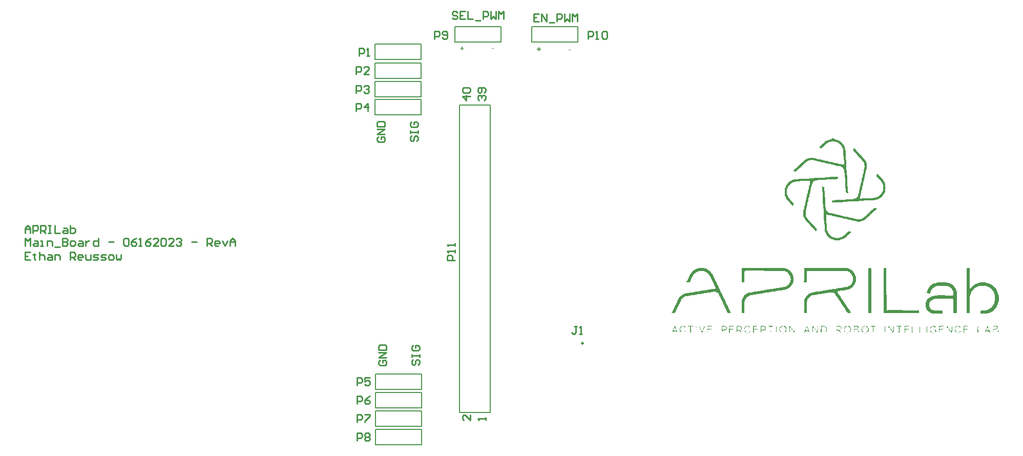
<source format=gto>
G04*
G04 #@! TF.GenerationSoftware,Altium Limited,Altium Designer,21.6.4 (81)*
G04*
G04 Layer_Color=65535*
%FSLAX25Y25*%
%MOIN*%
G70*
G04*
G04 #@! TF.SameCoordinates,61F8F35F-0515-4192-AEF4-FA75AFA33D01*
G04*
G04*
G04 #@! TF.FilePolarity,Positive*
G04*
G01*
G75*
%ADD10C,0.02000*%
%ADD11C,0.00787*%
%ADD12C,0.01000*%
G36*
X701777Y266181D02*
X701966Y265867D01*
X702626Y265584D01*
X703254Y265521D01*
X703506Y265458D01*
X704135Y265395D01*
X704575Y265144D01*
X704700Y265018D01*
X704826Y264955D01*
X705015Y264892D01*
X705266Y264829D01*
X705581Y264641D01*
X705832Y264389D01*
X705958Y264326D01*
X706398Y264012D01*
X706775Y263635D01*
X706901Y263572D01*
X707058Y263352D01*
X707498Y262912D01*
X707561Y262786D01*
X707844Y262440D01*
X708001Y262283D01*
X708252Y261654D01*
X708378Y261529D01*
X708441Y261403D01*
X708630Y261214D01*
X708724Y260743D01*
X708787Y260366D01*
X708881Y260145D01*
X709196Y259454D01*
X709258Y259203D01*
X709321Y257254D01*
X709416Y254959D01*
X709478Y254141D01*
X709541Y253450D01*
X709636Y252601D01*
X709698Y252350D01*
X709761Y251344D01*
X709824Y251092D01*
Y250967D01*
Y250904D01*
X709887Y248578D01*
X709950Y246629D01*
X710044Y244648D01*
X710107Y243957D01*
X710170Y243391D01*
X710233Y242888D01*
X710327Y242039D01*
X710390Y241599D01*
X710453Y240405D01*
X710516Y237890D01*
X710610Y235407D01*
X710673Y234526D01*
X710799Y233269D01*
X710893Y232420D01*
X710956Y232169D01*
X711019Y231351D01*
X711082Y231163D01*
X711019Y230849D01*
X710924Y230754D01*
X710547Y230817D01*
X710170Y231069D01*
X710044Y231132D01*
X709604Y231446D01*
X709510Y231540D01*
X709447Y231792D01*
X709510Y232420D01*
X709447Y233049D01*
X709384Y233300D01*
X709321Y234118D01*
X709258Y234369D01*
X709196Y235187D01*
X709133Y235438D01*
X709070Y237198D01*
X709007Y240279D01*
X708944Y241285D01*
X708850Y242699D01*
X708787Y243265D01*
X708598Y244774D01*
X708535Y245088D01*
X708410Y245906D01*
X708284Y246220D01*
X707938Y246566D01*
X707655Y247037D01*
X707529Y247100D01*
X707089Y247540D01*
X706964Y247603D01*
X706649Y247729D01*
X705706Y248169D01*
X705266Y248232D01*
X704637Y248295D01*
X703977Y248452D01*
X703632Y248609D01*
X703317Y248735D01*
X702877Y248798D01*
X702626Y248861D01*
X701683Y248923D01*
X701368Y249049D01*
X700803Y249301D01*
X700300Y249426D01*
X699325Y249521D01*
X699011Y249584D01*
X698508Y249772D01*
X698099Y249929D01*
X697848Y249992D01*
X697219Y250055D01*
X696779Y250118D01*
X696244Y250212D01*
X695553Y250527D01*
X695239Y250589D01*
X694861Y250652D01*
X694170Y250715D01*
X693793Y250778D01*
X693290Y250967D01*
X692881Y251124D01*
X692630Y251187D01*
X692190Y251250D01*
X691561Y251312D01*
X691089Y251407D01*
X690775Y251533D01*
X690429Y251690D01*
X689989Y251815D01*
X689360Y251878D01*
X688575Y251973D01*
X687883Y252224D01*
X687569Y252287D01*
X686908Y252318D01*
X686720Y252256D01*
X686406Y252193D01*
X686091Y252067D01*
X685651Y251941D01*
X685211Y251878D01*
X684897Y251752D01*
X684708Y251564D01*
X684582Y251501D01*
X684457Y251375D01*
X683891Y251061D01*
X683514Y250684D01*
X683388Y250621D01*
X682948Y250181D01*
X682822Y250118D01*
X682633Y249929D01*
X682508Y249866D01*
X682350Y249646D01*
X682256Y249552D01*
X682130Y249489D01*
X681879Y249238D01*
X681785Y249206D01*
X681753Y249112D01*
X681628Y249049D01*
X681565Y248923D01*
X681439Y248861D01*
X681313Y248735D01*
X681187Y248672D01*
X681030Y248452D01*
X680810Y248232D01*
X680685Y248169D01*
X680182Y247666D01*
X680056Y247603D01*
X679710Y247257D01*
X679679Y247163D01*
X679553Y247100D01*
X679427Y246974D01*
X679301Y246912D01*
X679144Y246754D01*
X679081Y246629D01*
X678987Y246534D01*
X678861Y246472D01*
X678515Y246189D01*
X678453Y246063D01*
X678295Y245906D01*
X678170Y245843D01*
X677950Y245686D01*
X677887Y245560D01*
X677667Y245340D01*
X677541Y245277D01*
X677195Y244994D01*
X677132Y244868D01*
X677038Y244774D01*
X676787Y244711D01*
X676284Y244774D01*
X676095Y244963D01*
X675781Y245088D01*
X675435Y245183D01*
X675309Y245308D01*
X675372Y245497D01*
X675529Y245654D01*
X675655Y245717D01*
X675969Y246031D01*
X676095Y246094D01*
X676441Y246377D01*
X676504Y246503D01*
X676661Y246660D01*
X676787Y246723D01*
X677070Y246943D01*
X677132Y247069D01*
X677352Y247289D01*
X677478Y247352D01*
X677761Y247572D01*
X677824Y247697D01*
X677918Y247792D01*
X678044Y247855D01*
X678170Y247980D01*
X678295Y248043D01*
X678798Y248546D01*
X678924Y248609D01*
X679490Y249175D01*
X679616Y249238D01*
X680182Y249804D01*
X680307Y249866D01*
X680873Y250432D01*
X680999Y250495D01*
X681219Y250715D01*
X681282Y250841D01*
X681376Y250935D01*
X681502Y250998D01*
X681628Y251124D01*
X681753Y251187D01*
X681910Y251407D01*
X682068Y251564D01*
X682193Y251627D01*
X682696Y252130D01*
X682822Y252193D01*
X683168Y252476D01*
X683262Y252570D01*
X683388Y252633D01*
X683828Y252821D01*
X684142Y253010D01*
X684519Y253261D01*
X685022Y253387D01*
X685745Y253481D01*
X686248Y253607D01*
X686563Y253670D01*
X687789Y253701D01*
X687977Y253639D01*
X688386Y253544D01*
X688700Y253481D01*
X689078Y253418D01*
X689706Y253356D01*
X690303Y253261D01*
X690618Y253136D01*
X691058Y252947D01*
X691561Y252821D01*
X692535Y252727D01*
X692912Y252664D01*
X693227Y252538D01*
X693887Y252256D01*
X695522Y252067D01*
X696402Y251690D01*
X696936Y251595D01*
X697690Y251533D01*
X698005Y251470D01*
X698256Y251407D01*
X698571Y251281D01*
X698916Y251124D01*
X699168Y251061D01*
X699608Y250998D01*
X700677Y250872D01*
X700865Y250810D01*
X701431Y250558D01*
X701871Y250432D01*
X702311Y250369D01*
X703223Y250275D01*
X703726Y250086D01*
X704072Y249929D01*
X704323Y249866D01*
X705203Y249741D01*
X705832Y249678D01*
X706146Y249552D01*
X706964Y249238D01*
X707592Y249175D01*
X708158Y249238D01*
X708315Y249395D01*
X708378Y249646D01*
X708315Y252161D01*
X708252Y252350D01*
X708158Y253261D01*
X708064Y254110D01*
X708001Y254550D01*
X707907Y255462D01*
X707844Y257599D01*
X707781Y258920D01*
X707718Y259297D01*
X707247Y260334D01*
X707184Y260586D01*
X706995Y260900D01*
X706869Y261026D01*
X706807Y261151D01*
X706492Y261717D01*
X705989Y262220D01*
X705926Y262346D01*
X705581Y262692D01*
X705455Y262755D01*
X705329Y262880D01*
X705203Y262943D01*
X704889Y263258D01*
X704449Y263446D01*
X704323Y263509D01*
X703977Y263792D01*
X703883Y263886D01*
X703443Y263949D01*
X703192Y264012D01*
X702846Y264106D01*
X702186Y264389D01*
X701934Y264452D01*
X700803Y264515D01*
X700614Y264452D01*
X699985Y264389D01*
X699294Y264075D01*
X698791Y263949D01*
X698351Y263886D01*
X698005Y263603D01*
X697911Y263509D01*
X697219Y263132D01*
X696968Y262880D01*
X696842Y262817D01*
X696496Y262534D01*
X696150Y262189D01*
X696025Y262126D01*
X695459Y261560D01*
X695333Y261497D01*
X694830Y260994D01*
X694704Y260931D01*
X694013Y260240D01*
X693887Y260177D01*
X693510Y259800D01*
X693070Y259863D01*
X692755Y260177D01*
X692347Y260271D01*
X692127Y260366D01*
X692032Y260460D01*
X692095Y260711D01*
X692378Y260931D01*
X692504Y260994D01*
X692692Y261183D01*
X692818Y261246D01*
X693447Y261874D01*
X693573Y261937D01*
X694138Y262503D01*
X694264Y262566D01*
X694484Y262786D01*
X694547Y262912D01*
X694641Y263006D01*
X694767Y263069D01*
X695113Y263352D01*
X695176Y263478D01*
X695333Y263635D01*
X695459Y263698D01*
X695679Y263855D01*
X695742Y263981D01*
X695962Y264201D01*
X696527Y264515D01*
X696779Y264766D01*
X697125Y264861D01*
X697439Y264986D01*
X697659Y265144D01*
X698036Y265395D01*
X698854Y265458D01*
X699294Y265521D01*
X699860Y265647D01*
X700300Y265898D01*
X700394Y265992D01*
X700425Y266212D01*
X701777Y266181D01*
D02*
G37*
G36*
X715011Y260051D02*
X715137Y259988D01*
X715294Y259831D01*
X715482Y259517D01*
X715640Y259360D01*
X715765Y259297D01*
X715860Y259203D01*
X715922Y259077D01*
X716048Y258951D01*
X716111Y258825D01*
X716331Y258668D01*
X716488Y258511D01*
X716551Y258385D01*
X716834Y258039D01*
X717243Y257631D01*
X717306Y257505D01*
X717809Y257002D01*
X717872Y256876D01*
X718374Y256373D01*
X718437Y256248D01*
X719003Y255682D01*
X719066Y255556D01*
X719632Y254990D01*
X719695Y254865D01*
X719915Y254644D01*
X720040Y254582D01*
X720135Y254487D01*
X720198Y254362D01*
X720480Y254016D01*
X720606Y253953D01*
X720763Y253796D01*
X720826Y253670D01*
X721392Y253104D01*
X721581Y252790D01*
X721675Y252695D01*
X721801Y252633D01*
X722021Y252224D01*
X722209Y251910D01*
X722461Y251658D01*
X722649Y251029D01*
X722807Y250621D01*
X722901Y250527D01*
X723027Y250212D01*
X723152Y249772D01*
X723215Y248200D01*
X723152Y246692D01*
X723090Y246503D01*
X722932Y246094D01*
X722712Y245560D01*
X722618Y245025D01*
X722555Y244271D01*
X722492Y243894D01*
X722304Y243391D01*
X722147Y242982D01*
X722021Y242542D01*
X721926Y241505D01*
X721864Y241191D01*
X721738Y240876D01*
X721581Y240530D01*
X721455Y240090D01*
X721392Y239462D01*
X721298Y238676D01*
X721109Y238173D01*
X720952Y237827D01*
X720826Y237324D01*
X720763Y236507D01*
X720701Y236255D01*
X720638Y235878D01*
X720323Y235187D01*
X720198Y234432D01*
X720135Y233615D01*
X720072Y233363D01*
X719915Y232955D01*
X719820Y232860D01*
X719758Y232609D01*
X719695Y232420D01*
X719632Y232169D01*
X719569Y231351D01*
X719506Y231100D01*
X719443Y230660D01*
X719192Y230094D01*
X719066Y229780D01*
X719003Y229151D01*
X718940Y228711D01*
X718877Y228208D01*
X718752Y227894D01*
X718815Y227391D01*
X718909Y227234D01*
X719223Y227108D01*
X720229Y227171D01*
X720418Y227234D01*
X721612Y227296D01*
X721864Y227359D01*
X725133Y227422D01*
X726327Y227485D01*
X727962Y227548D01*
X728151Y227611D01*
X728559Y227768D01*
X728905Y227925D01*
X729156Y227988D01*
X729754Y228082D01*
X730099Y228302D01*
X730225Y228428D01*
X730665Y228617D01*
X731105Y228868D01*
X731262Y229088D01*
X731828Y229466D01*
X731891Y229591D01*
X732017Y229717D01*
X732080Y229843D01*
X732300Y230000D01*
X732520Y230220D01*
X732771Y230660D01*
X732960Y230849D01*
X733023Y230974D01*
X733149Y231289D01*
X733306Y231697D01*
X733463Y231917D01*
X733652Y232232D01*
X733714Y232483D01*
X733777Y233112D01*
X733840Y234495D01*
X733777Y235878D01*
X733620Y236538D01*
X733526Y236632D01*
X733463Y236758D01*
X733337Y236884D01*
X733274Y237136D01*
X733149Y237450D01*
X733086Y237701D01*
X732646Y238141D01*
X732394Y238581D01*
X732017Y238959D01*
X731954Y239084D01*
X731388Y239650D01*
X731325Y239776D01*
X731200Y239902D01*
X731137Y240027D01*
X730948Y240153D01*
X730885Y240279D01*
X730194Y240970D01*
X730131Y241096D01*
X729848Y241442D01*
X729502Y241788D01*
X729439Y242165D01*
X729502Y242354D01*
X729565Y242605D01*
X729659Y243014D01*
X729848Y243328D01*
X730037Y243391D01*
X730382Y243108D01*
X730665Y242762D01*
X730854Y242574D01*
X730948Y242542D01*
X731011Y242417D01*
X731137Y242291D01*
X731200Y242165D01*
X731357Y242008D01*
X731483Y241945D01*
X731640Y241788D01*
X731703Y241662D01*
X732268Y241096D01*
X732331Y240970D01*
X732897Y240405D01*
X732960Y240279D01*
X733243Y239996D01*
X733337Y239965D01*
X733400Y239839D01*
X733714Y239399D01*
X733966Y239147D01*
X734123Y238739D01*
X734280Y238519D01*
X734469Y238330D01*
X734532Y238204D01*
X734657Y237890D01*
X734752Y237418D01*
X735098Y236758D01*
X735223Y236318D01*
X735286Y235124D01*
X735349Y234118D01*
X735286Y233929D01*
X735223Y232295D01*
X735160Y232106D01*
X735035Y231792D01*
X734783Y231414D01*
X734689Y231069D01*
X734626Y230754D01*
X734500Y230440D01*
X734280Y230220D01*
X734217Y230094D01*
X733903Y229528D01*
X733526Y229151D01*
X733463Y229025D01*
X733337Y228900D01*
X733274Y228774D01*
X732866Y228365D01*
X732740Y228302D01*
X732237Y227799D01*
X731797Y227548D01*
X731545Y227296D01*
X731420Y227234D01*
X731231Y227171D01*
X730823Y227014D01*
X730445Y226762D01*
X730099Y226605D01*
X729659Y226542D01*
X728685Y226322D01*
X728339Y226228D01*
X727836Y226102D01*
X725824Y225976D01*
X724944D01*
X723938Y225913D01*
X720984Y225851D01*
X720795Y225788D01*
X719600Y225725D01*
X719412Y225662D01*
X717997Y225505D01*
X717369Y225442D01*
X715985Y225379D01*
X713659Y225316D01*
X711647Y225253D01*
X710641Y225190D01*
X710013Y225128D01*
X709007Y225002D01*
X707875Y224876D01*
X707058Y224813D01*
X705801Y224750D01*
X702657Y224687D01*
X700677Y224593D01*
X700520Y224750D01*
X700583Y225379D01*
X700834Y225819D01*
X700928Y225913D01*
X701243Y226039D01*
X701494Y226102D01*
X703726Y226196D01*
X706492Y226259D01*
X707938Y226322D01*
X708693Y226385D01*
X709824Y226511D01*
X710327Y226573D01*
X711176Y226668D01*
X711805Y226731D01*
X712811Y226794D01*
X715074Y226856D01*
X715514Y227108D01*
X715640Y227234D01*
X716331Y227611D01*
X716865Y228145D01*
X716928Y228271D01*
X717211Y228617D01*
X717431Y229025D01*
X717494Y229277D01*
X717589Y229874D01*
X717714Y230188D01*
X717872Y230534D01*
X717997Y230974D01*
X718123Y232232D01*
X718186Y232483D01*
X718343Y232892D01*
X718500Y233238D01*
X718626Y233740D01*
X718689Y234558D01*
X718752Y234809D01*
X718815Y235249D01*
X719192Y236067D01*
X719255Y236695D01*
X719349Y237481D01*
X719412Y237796D01*
X719569Y238141D01*
X719695Y238456D01*
X719820Y238959D01*
X719883Y239399D01*
X719978Y240185D01*
X720040Y240499D01*
X720229Y240876D01*
X720386Y241411D01*
X720449Y241662D01*
X720543Y242636D01*
X720606Y243014D01*
X720732Y243328D01*
X720889Y243674D01*
X721015Y243988D01*
X721078Y244806D01*
X721141Y245246D01*
X721204Y245623D01*
X721518Y246314D01*
X721644Y246817D01*
X721706Y247635D01*
X721644Y249772D01*
X721392Y250212D01*
X721078Y250904D01*
X721015Y251029D01*
X720732Y251375D01*
X720575Y251533D01*
X720512Y251658D01*
X720229Y252004D01*
X719883Y252350D01*
X719820Y252476D01*
X719317Y252978D01*
X719255Y253104D01*
X719129Y253230D01*
X719097Y253324D01*
X718972Y253387D01*
X718815Y253544D01*
X718752Y253670D01*
X718563Y253859D01*
X718500Y253984D01*
X718406Y254079D01*
X718280Y254141D01*
X718123Y254299D01*
X718060Y254424D01*
X717872Y254613D01*
X717840Y254707D01*
X717714Y254770D01*
X717494Y254990D01*
X717431Y255116D01*
X716803Y255745D01*
X716740Y255870D01*
X716237Y256373D01*
X716174Y256499D01*
X715954Y256719D01*
X715828Y256782D01*
X715734Y256876D01*
X715671Y257002D01*
X715545Y257128D01*
X715482Y257254D01*
X715388Y257348D01*
X715262Y257411D01*
X715168Y257505D01*
X715105Y257631D01*
X714980Y257756D01*
X714917Y257882D01*
X714822Y257977D01*
X714697Y258039D01*
X714539Y258197D01*
X714351Y258637D01*
X714288Y258825D01*
X714414Y259140D01*
X714508Y259548D01*
X714571Y259800D01*
X714728Y260020D01*
X714822Y260114D01*
X715011Y260051D01*
D02*
G37*
G36*
X694390Y235155D02*
X694767Y234778D01*
X695333Y234652D01*
X695490Y234495D01*
X695553Y234243D01*
X695490Y233552D01*
X695553Y233363D01*
X695616Y232043D01*
X695679Y231855D01*
X695773Y230943D01*
X695836Y230566D01*
X695899Y229937D01*
X695962Y229057D01*
X696025Y227296D01*
X696087Y224530D01*
X696150Y223273D01*
X696213Y222456D01*
X696339Y221450D01*
X696465Y220758D01*
X696590Y220255D01*
X696653Y219941D01*
X696779Y219626D01*
X696999Y219406D01*
X697062Y219281D01*
X697188Y219155D01*
X697250Y219029D01*
X697439Y218841D01*
X697502Y218715D01*
X697659Y218558D01*
X697785Y218495D01*
X698476Y218118D01*
X698602Y217992D01*
X698728Y217929D01*
X699042Y217803D01*
X700017Y217709D01*
X700331Y217646D01*
X700645Y217520D01*
X700991Y217363D01*
X701431Y217237D01*
X702689Y217112D01*
X703475Y216829D01*
X703883Y216672D01*
X704323Y216609D01*
X704952Y216546D01*
X705486Y216452D01*
X705989Y216263D01*
X706335Y216106D01*
X707089Y215980D01*
X708252Y215823D01*
X709038Y215477D01*
X709573Y215383D01*
X710327Y215320D01*
X710704Y215257D01*
X711207Y215069D01*
X711553Y214911D01*
X711805Y214848D01*
X712245Y214786D01*
X713408Y214628D01*
X713722Y214503D01*
X714068Y214346D01*
X714508Y214220D01*
X715137Y214157D01*
X715860Y214063D01*
X716111Y214000D01*
X716771Y213717D01*
X717023Y213654D01*
X717651Y213591D01*
X718783Y213654D01*
X719726Y214094D01*
X720135Y214188D01*
X720480Y214408D01*
X720669Y214597D01*
X721235Y214911D01*
X721675Y215351D01*
X721801Y215414D01*
X722367Y215980D01*
X722492Y216043D01*
X723058Y216609D01*
X723184Y216672D01*
X723750Y217237D01*
X723875Y217300D01*
X724095Y217520D01*
X724158Y217646D01*
X724253Y217740D01*
X724378Y217803D01*
X724661Y218023D01*
X724724Y218149D01*
X724944Y218369D01*
X725070Y218432D01*
X725227Y218526D01*
X725290Y218652D01*
X725573Y218935D01*
X725699Y218998D01*
X726264Y219564D01*
X726390Y219626D01*
X726893Y220129D01*
X727019Y220192D01*
X727522Y220695D01*
X727648Y220758D01*
X727836Y220947D01*
X727962Y221010D01*
X728151Y221198D01*
X728591Y221135D01*
X728936Y220852D01*
X729565Y220790D01*
X729754Y220664D01*
X729691Y220475D01*
X729534Y220318D01*
X729408Y220255D01*
X729156Y220004D01*
X729031Y219941D01*
X728905Y219815D01*
X728779Y219752D01*
X728465Y219375D01*
X728339Y219249D01*
X728213Y219186D01*
X727710Y218683D01*
X727585Y218621D01*
X727082Y218118D01*
X726956Y218055D01*
X726390Y217489D01*
X726264Y217426D01*
X725762Y216923D01*
X725636Y216860D01*
X725196Y216420D01*
X725070Y216357D01*
X724441Y215729D01*
X724316Y215666D01*
X724127Y215477D01*
X724033Y215446D01*
X723970Y215320D01*
X723750Y215100D01*
X723624Y215037D01*
X723058Y214471D01*
X722932Y214408D01*
X722367Y213843D01*
X722241Y213780D01*
X721801Y213340D01*
X721204Y213120D01*
X720984Y212899D01*
X720858Y212837D01*
X720543Y212711D01*
X720292Y212648D01*
X719820Y212554D01*
X719317Y212365D01*
X718909Y212208D01*
X718469Y212145D01*
X717526Y212082D01*
X717337Y212145D01*
X716708Y212208D01*
X716268Y212397D01*
X715640Y212585D01*
X715200Y212648D01*
X714351Y212742D01*
X713659Y212994D01*
X713251Y213151D01*
X712811Y213214D01*
X712182Y213277D01*
X711585Y213371D01*
X711270Y213497D01*
X710924Y213654D01*
X710484Y213780D01*
X710044Y213843D01*
X709196Y213937D01*
X708944Y214000D01*
X708630Y214125D01*
X708095Y214346D01*
X707498Y214440D01*
X706807Y214503D01*
X706429Y214565D01*
X705926Y214754D01*
X705581Y214911D01*
X705172Y215006D01*
X704040Y215131D01*
X703726Y215194D01*
X703412Y215320D01*
X703066Y215477D01*
X702626Y215603D01*
X701997Y215666D01*
X701274Y215760D01*
X700771Y215949D01*
X700425Y216106D01*
X700174Y216169D01*
X699294Y216294D01*
X698602Y216357D01*
X698288Y216483D01*
X697848Y216672D01*
X697408Y216797D01*
X696905Y216735D01*
X696747Y216577D01*
X696685Y216326D01*
X696747Y213120D01*
X696810Y212931D01*
X696873Y211925D01*
X696936Y211736D01*
X697093Y210385D01*
X697156Y209693D01*
X697219Y207807D01*
X697282Y206801D01*
X697345Y206424D01*
X697659Y205921D01*
X697816Y205575D01*
X697911Y205167D01*
X698131Y204821D01*
X698319Y204632D01*
X698634Y204066D01*
X698728Y203972D01*
X698854Y203909D01*
X699011Y203752D01*
X699074Y203626D01*
X699199Y203501D01*
X699231Y203406D01*
X699357Y203343D01*
X699702Y203061D01*
X699922Y202778D01*
X700614Y202400D01*
X700803Y202212D01*
X701243Y202086D01*
X701494Y202023D01*
X702248Y201646D01*
X702311D01*
X702500Y201583D01*
X702751Y201520D01*
X704386Y201457D01*
X704575Y201520D01*
X705455Y201583D01*
X705958Y201897D01*
X706398Y202023D01*
X706901Y202149D01*
X707247Y202432D01*
X707404Y202589D01*
X707970Y202903D01*
X708158Y203092D01*
X708284Y203155D01*
X708472Y203343D01*
X708598Y203406D01*
X709101Y203909D01*
X709227Y203972D01*
X709793Y204538D01*
X709918Y204601D01*
X710202Y204884D01*
X710264Y205010D01*
X710641Y205324D01*
X711050Y205732D01*
X711176Y205795D01*
X711616Y206110D01*
X711930Y205921D01*
X712056Y205795D01*
X712496Y205732D01*
X712842Y205638D01*
X712968Y205575D01*
X713031Y205387D01*
X712748Y205041D01*
X712150Y204632D01*
X711930Y204349D01*
X711805Y204286D01*
X711553Y204035D01*
X711427Y203972D01*
X711176Y203658D01*
X711050Y203595D01*
X710862Y203406D01*
X710736Y203343D01*
X710641Y203249D01*
X710579Y203123D01*
X710484Y203029D01*
X710359Y202966D01*
X709793Y202400D01*
X709667Y202338D01*
X709101Y201772D01*
X708787Y201583D01*
X708535Y201332D01*
X708221Y201206D01*
X707812Y201049D01*
X707592Y200829D01*
X707467Y200766D01*
X707152Y200640D01*
X706901Y200577D01*
X706398Y200514D01*
X705581Y200137D01*
X705329Y200074D01*
X704889Y200011D01*
X702311Y200074D01*
X701871Y200263D01*
X701746Y200326D01*
X701305Y200514D01*
X700771Y200609D01*
X700520Y200672D01*
X700174Y200891D01*
X700048Y201017D01*
X699734Y201143D01*
X699294Y201395D01*
X699042Y201646D01*
X698916Y201709D01*
X698351Y202149D01*
X697628Y202872D01*
X697565Y202998D01*
X697282Y203343D01*
X697062Y203563D01*
X696873Y204004D01*
X696685Y204318D01*
X696559Y204444D01*
X696496Y204569D01*
X696370Y204884D01*
X696276Y205355D01*
X696150Y205670D01*
X695867Y206141D01*
X695742Y207524D01*
X695679Y210228D01*
X695616Y210416D01*
X695553Y211673D01*
X695490Y211862D01*
X695364Y213120D01*
X695301Y213371D01*
X695207Y214974D01*
X695144Y217363D01*
X695082Y219375D01*
X695019Y220444D01*
X694956Y221198D01*
X694893Y221764D01*
X694767Y222770D01*
X694704Y223336D01*
X694641Y224027D01*
X694579Y225725D01*
X694516Y228365D01*
X694453Y229811D01*
X694327Y231320D01*
X694264Y231886D01*
X694138Y232892D01*
X694076Y233521D01*
X694013Y234526D01*
X693950Y234778D01*
X693918Y234998D01*
X694076Y235218D01*
X694390Y235155D01*
D02*
G37*
G36*
X704543Y241222D02*
X704480Y240656D01*
X704166Y240090D01*
X704009Y239933D01*
X703757Y239870D01*
X703317Y239807D01*
X699294Y239744D01*
X699105Y239682D01*
X697753Y239587D01*
X696905Y239493D01*
X696653Y239430D01*
X695679Y239336D01*
X694924Y239273D01*
X692535Y239210D01*
X690461Y239147D01*
X690083Y239084D01*
X689455Y238707D01*
X688952Y238519D01*
X688543Y238110D01*
X688417Y238047D01*
X688197Y237827D01*
X688134Y237701D01*
X687851Y237355D01*
X687757Y237261D01*
X687694Y237136D01*
X687569Y236821D01*
X687474Y236224D01*
X687349Y235910D01*
X687128Y235375D01*
X687066Y235124D01*
X686940Y233866D01*
X686877Y233615D01*
X686720Y233206D01*
X686563Y232860D01*
X686437Y232357D01*
X686343Y231446D01*
X686280Y231069D01*
X686217Y230817D01*
X686060Y230471D01*
X685934Y230157D01*
X685871Y229906D01*
X685808Y229466D01*
X685651Y228302D01*
X685305Y227454D01*
X685243Y227014D01*
X685180Y226762D01*
X685117Y225945D01*
X685054Y225756D01*
X684739Y224939D01*
X684614Y224436D01*
X684519Y223399D01*
X684457Y223147D01*
X684268Y222644D01*
X684111Y222298D01*
X684048Y221858D01*
X683985Y221607D01*
X683891Y220695D01*
X683828Y220444D01*
X683702Y220129D01*
X683482Y219595D01*
X683356Y218715D01*
X683419Y216012D01*
X683608Y215697D01*
X683859Y215320D01*
X684017Y214911D01*
X684237Y214565D01*
X684425Y214377D01*
X684488Y214251D01*
X684614Y214125D01*
X684677Y214000D01*
X684960Y213654D01*
X685085Y213591D01*
X685243Y213371D01*
X685808Y212805D01*
X685871Y212680D01*
X686028Y212522D01*
X686060Y212491D01*
X686437Y212114D01*
X686500Y211988D01*
X686783Y211705D01*
X686908Y211642D01*
X687160Y211265D01*
X687286Y211139D01*
X687411Y211076D01*
X687506Y210982D01*
X687569Y210856D01*
X687851Y210510D01*
X687977Y210448D01*
X688134Y210290D01*
X688197Y210165D01*
X688323Y210039D01*
X688386Y209913D01*
X688606Y209756D01*
X688700Y209662D01*
X688763Y209536D01*
X688952Y209347D01*
X688983Y209253D01*
X689109Y209190D01*
X689266Y209033D01*
X689329Y208907D01*
X689455Y208782D01*
X689518Y208656D01*
X690021Y208153D01*
X690083Y208027D01*
X690586Y207524D01*
X690712Y207210D01*
X690618Y206738D01*
X690492Y206235D01*
X690398Y206015D01*
X690240Y205858D01*
X689926Y205921D01*
X689706Y206141D01*
X689643Y206267D01*
X689486Y206487D01*
X689360Y206550D01*
X689078Y206833D01*
X689015Y206958D01*
X688732Y207241D01*
X688606Y207304D01*
X688354Y207681D01*
X688166Y207870D01*
X688040Y207933D01*
X687883Y208153D01*
X687663Y208436D01*
X687537Y208499D01*
X687380Y208656D01*
X687317Y208782D01*
X687034Y209127D01*
X686908Y209190D01*
X686814Y209284D01*
X686751Y209410D01*
X686468Y209756D01*
X686248Y209913D01*
X686186Y210039D01*
X686060Y210165D01*
X685997Y210290D01*
X685494Y210793D01*
X685431Y210919D01*
X684865Y211485D01*
X684802Y211611D01*
X684237Y212176D01*
X684174Y212302D01*
X683671Y212805D01*
X683608Y212931D01*
X683105Y213434D01*
X682853Y213874D01*
X682728Y214000D01*
X682665Y214125D01*
X682476Y214565D01*
X682382Y214911D01*
X681973Y215697D01*
X681910Y215949D01*
X681847Y217143D01*
X681910Y219406D01*
X681973Y219595D01*
X682130Y220004D01*
X682350Y220538D01*
X682413Y220978D01*
X682476Y221230D01*
X682539Y222173D01*
X682665Y222487D01*
X682916Y223053D01*
X683011Y223462D01*
X683074Y224027D01*
X683136Y224530D01*
X683199Y224845D01*
X683262Y225096D01*
X683419Y225442D01*
X683545Y225756D01*
X683608Y226008D01*
X683671Y226636D01*
X683765Y227422D01*
X683891Y227737D01*
X684174Y228397D01*
X684299Y229466D01*
X684394Y230063D01*
X684457Y230314D01*
X684739Y230974D01*
X684802Y231226D01*
X684865Y231666D01*
X684928Y232483D01*
X684991Y232735D01*
X685117Y233049D01*
X685368Y233615D01*
X685431Y234055D01*
X685494Y234306D01*
X685557Y235249D01*
X685683Y235564D01*
X685934Y236130D01*
X685997Y236381D01*
X686060Y236821D01*
X686154Y237670D01*
X686248Y238016D01*
X686186Y238519D01*
X686091Y238613D01*
X685588Y238739D01*
X684394Y238676D01*
X683388Y238613D01*
X679867Y238550D01*
X679679Y238487D01*
X678295Y238424D01*
X678107Y238361D01*
X677258Y238267D01*
X676912Y238173D01*
X676661Y238110D01*
X675781Y237984D01*
X675435Y237890D01*
X675089Y237670D01*
X674963Y237544D01*
X674555Y237387D01*
X674240Y237261D01*
X673895Y236915D01*
X673769Y236853D01*
X673329Y236538D01*
X672606Y235815D01*
X672354Y235375D01*
X672166Y235187D01*
X672103Y235061D01*
X671977Y234935D01*
X671757Y234338D01*
X671506Y233961D01*
X671348Y233615D01*
X671286Y232798D01*
X671223Y232169D01*
X671160Y231729D01*
X671223Y230597D01*
X671286Y230409D01*
X671348Y229466D01*
X671600Y229025D01*
X671726Y228900D01*
X671851Y228585D01*
X672009Y228177D01*
X672166Y227957D01*
X672354Y227768D01*
X672417Y227642D01*
X672826Y227045D01*
X673046Y226888D01*
X673109Y226762D01*
X673235Y226636D01*
X673297Y226511D01*
X673455Y226354D01*
X673580Y226291D01*
X673737Y226133D01*
X673800Y226008D01*
X674366Y225442D01*
X674429Y225316D01*
X674932Y224813D01*
X674995Y224687D01*
X675278Y224405D01*
X675403Y224342D01*
X675561Y224059D01*
X675498Y223304D01*
X675435Y223116D01*
X675309Y222801D01*
X675152Y222581D01*
X674900Y222518D01*
X674775Y222581D01*
X674681Y222676D01*
X674618Y222801D01*
X674335Y223147D01*
X674209Y223210D01*
X674052Y223430D01*
X673769Y223776D01*
X673297Y224247D01*
X673235Y224373D01*
X672731Y224876D01*
X672669Y225002D01*
X672166Y225505D01*
X672103Y225630D01*
X671883Y225851D01*
X671757Y225913D01*
X671663Y226008D01*
X671600Y226133D01*
X671317Y226479D01*
X671097Y226699D01*
X670908Y227139D01*
X670846Y227265D01*
X670531Y227579D01*
X670405Y228019D01*
X670342Y228271D01*
X670217Y228585D01*
X669965Y228962D01*
X669840Y229466D01*
X669714Y231477D01*
X669777Y233238D01*
X669840Y233426D01*
X669903Y234055D01*
X670342Y234747D01*
X670437Y235218D01*
X670563Y235532D01*
X670783Y235752D01*
X670846Y235878D01*
X671160Y236444D01*
X671537Y236821D01*
X671600Y236947D01*
X671726Y237073D01*
X671789Y237198D01*
X672009Y237355D01*
X672166Y237576D01*
X672794Y238078D01*
X672952Y238236D01*
X673392Y238487D01*
X673517Y238613D01*
X673643Y238676D01*
X673769Y238802D01*
X674272Y238927D01*
X674838Y239242D01*
X675278Y239430D01*
X675529Y239493D01*
X676504Y239587D01*
X677510Y239713D01*
X678358Y239807D01*
X678798Y239870D01*
X680056Y239996D01*
X681250Y240059D01*
X685117Y240153D01*
X686186Y240216D01*
X687003Y240279D01*
X688512Y240468D01*
X689140Y240530D01*
X689706Y240593D01*
X691152Y240656D01*
X693667Y240719D01*
X695427Y240782D01*
X696496Y240845D01*
X697062Y240908D01*
X698571Y241096D01*
X699325Y241159D01*
X699954Y241222D01*
X701337Y241285D01*
X703852Y241348D01*
X704260Y241379D01*
X704543Y241222D01*
D02*
G37*
G36*
X709478Y182094D02*
X710013Y181999D01*
X710264Y181937D01*
X710610Y181842D01*
X711113Y181717D01*
X711773Y181559D01*
X711993Y181402D01*
X712370Y181151D01*
X712622Y181088D01*
X713062Y180773D01*
X713251Y180585D01*
X713376Y180522D01*
X713722Y180239D01*
X714414Y179548D01*
X714476Y179422D01*
X714854Y179045D01*
X715168Y178479D01*
X715294Y178353D01*
X715420Y178039D01*
X715545Y177599D01*
X715922Y176781D01*
X715985Y176530D01*
X716111Y175272D01*
X716048Y173449D01*
X715985Y173261D01*
X715891Y172915D01*
X715765Y172600D01*
X715671Y172506D01*
X715545Y172066D01*
X715325Y171469D01*
X715231Y171375D01*
X715168Y171249D01*
X714980Y171060D01*
X714634Y170400D01*
X714508Y170337D01*
X714351Y170180D01*
X714288Y170054D01*
X714005Y169709D01*
X713879Y169646D01*
X713376Y169143D01*
X712811Y168828D01*
X712622Y168640D01*
X712182Y168451D01*
X711836Y168357D01*
X711176Y168011D01*
X710673Y167885D01*
X709384Y167728D01*
X709070Y167665D01*
X708315Y167477D01*
X708001Y167414D01*
X707624Y167351D01*
X707058Y167288D01*
X706366Y167225D01*
X705864Y167162D01*
X705486Y167099D01*
X705172Y167037D01*
X704826Y166942D01*
X704418Y166848D01*
X704198Y166754D01*
X704040Y166596D01*
X704103Y166094D01*
X704543Y165654D01*
X704920Y164962D01*
X705109Y164773D01*
X705423Y164207D01*
X705675Y163956D01*
X706052Y163265D01*
X706241Y163076D01*
X706304Y162950D01*
X706555Y162510D01*
X706838Y162164D01*
X706932Y162070D01*
X707309Y161378D01*
X707498Y161190D01*
X707812Y160624D01*
X708064Y160372D01*
X708127Y160247D01*
X708441Y159681D01*
X708630Y159492D01*
X708693Y159367D01*
X708944Y158926D01*
X709227Y158581D01*
X709321Y158486D01*
X709698Y157795D01*
X709950Y157543D01*
X710264Y156978D01*
X710516Y156726D01*
X710893Y156035D01*
X711207Y155595D01*
X711459Y155154D01*
X711710Y154903D01*
X712087Y154211D01*
X712276Y154023D01*
X712339Y153897D01*
X712591Y153457D01*
X712905Y153143D01*
X712968Y152891D01*
X712905Y152702D01*
X712748Y152545D01*
X711050Y152608D01*
X710704Y152891D01*
X710516Y153205D01*
X710264Y153457D01*
X710202Y153583D01*
X709887Y154148D01*
X709636Y154400D01*
X709258Y155092D01*
X709007Y155343D01*
X708693Y155909D01*
X708410Y156255D01*
X708252Y156600D01*
X708190Y156726D01*
X708064Y156852D01*
X708001Y156978D01*
X707875Y157040D01*
X707812Y157166D01*
X707498Y157732D01*
X707247Y157984D01*
X707184Y158109D01*
X706869Y158675D01*
X706618Y158926D01*
X706304Y159492D01*
X706178Y159618D01*
X706115Y159744D01*
X705989Y159870D01*
X705612Y160561D01*
X705361Y160813D01*
X705046Y161378D01*
X704858Y161567D01*
X704795Y161693D01*
X704480Y162259D01*
X704166Y162573D01*
X703789Y163265D01*
X703600Y163453D01*
X703223Y164145D01*
X702972Y164396D01*
X702720Y164836D01*
X702060Y165496D01*
X701620Y165748D01*
X701494Y165874D01*
X701180Y165999D01*
X700928Y166062D01*
X699797Y166125D01*
X699608Y166062D01*
X698539Y165999D01*
X698351Y165936D01*
X697753Y165842D01*
X697439Y165779D01*
X697093Y165685D01*
X696842Y165622D01*
X696402Y165559D01*
X696150Y165496D01*
X694987Y165402D01*
X694484Y165339D01*
X693855Y165213D01*
X693510Y165119D01*
X693007Y164993D01*
X691938Y164868D01*
X691026Y164773D01*
X690272Y164648D01*
X689769Y164522D01*
X689423Y164427D01*
X688543Y164302D01*
X687914Y164239D01*
X687663Y164176D01*
X687223Y163925D01*
X686280Y163422D01*
X685965Y163107D01*
X685840Y163044D01*
X685651Y162856D01*
X685525Y162793D01*
X685274Y162416D01*
X685117Y162196D01*
X684834Y161850D01*
X684519Y161033D01*
X684394Y160718D01*
X684237Y160372D01*
X684174Y159744D01*
X684142Y153740D01*
X684174Y153080D01*
X684111Y152891D01*
X684048Y152765D01*
X683828Y152545D01*
X682571Y152608D01*
X682350Y152828D01*
X682288Y153583D01*
X682350Y153771D01*
X682413Y160938D01*
X682476Y161127D01*
X682853Y161944D01*
X682916Y162196D01*
X683074Y162604D01*
X683231Y162824D01*
X683356Y162950D01*
X683419Y163076D01*
X683671Y163516D01*
X684111Y163956D01*
X684174Y164082D01*
X684457Y164365D01*
X684582Y164427D01*
X684708Y164616D01*
X684834Y164679D01*
X684960Y164805D01*
X685085Y164868D01*
X685431Y165150D01*
X685588Y165308D01*
X685840Y165371D01*
X686154Y165496D01*
X686280Y165559D01*
X686657Y165811D01*
X687097Y165936D01*
X687349Y165999D01*
X688009Y166094D01*
X688637Y166219D01*
X688889Y166282D01*
X689235Y166376D01*
X689989Y166502D01*
X690429Y166565D01*
X691467Y166659D01*
X692221Y166785D01*
X693227Y167037D01*
X694076Y167131D01*
X694327Y167194D01*
X695333Y167257D01*
X695522Y167320D01*
X696119Y167414D01*
X696465Y167508D01*
X696968Y167634D01*
X697408Y167697D01*
X697659Y167760D01*
X698822Y167854D01*
X699325Y167917D01*
X699640Y167980D01*
X699891Y168043D01*
X700205Y168105D01*
X700551Y168200D01*
X700803Y168263D01*
X701431Y168325D01*
X701683Y168388D01*
X702783Y168483D01*
X703475Y168608D01*
X703789Y168671D01*
X704040Y168734D01*
X704386Y168828D01*
X704983Y168923D01*
X705486Y168985D01*
X706241Y169048D01*
X706744Y169111D01*
X707121Y169174D01*
X708127Y169426D01*
X708441Y169489D01*
X709290Y169583D01*
X710359Y169709D01*
X711427Y170212D01*
X711868Y170463D01*
X712119Y170714D01*
X712245Y170777D01*
X712591Y171060D01*
X712653Y171186D01*
X712811Y171343D01*
X712936Y171406D01*
X713031Y171500D01*
X713093Y171626D01*
X713408Y172066D01*
X713596Y172255D01*
X713722Y172569D01*
X713816Y172915D01*
X713942Y173229D01*
X714099Y173575D01*
X714225Y174078D01*
X714288Y175084D01*
X714225Y175838D01*
X714162Y176027D01*
X713911Y176593D01*
X713628Y177378D01*
X713471Y177599D01*
X713345Y177724D01*
X713282Y177850D01*
X712968Y178290D01*
X712905Y178416D01*
X712685Y178636D01*
X712559Y178699D01*
X712119Y179139D01*
X711993Y179202D01*
X711302Y179579D01*
X711176Y179705D01*
X711050Y179768D01*
X710736Y179893D01*
X710484Y179956D01*
X709887Y180051D01*
X709573Y180113D01*
X684519Y180145D01*
X684237Y179925D01*
X684111Y179422D01*
X684174Y178416D01*
X684142Y173606D01*
X684174Y173009D01*
X684017Y172726D01*
X683576Y172600D01*
X683388Y172663D01*
X682728Y172632D01*
X682413Y172758D01*
X682288Y173072D01*
X682350Y174455D01*
X682319Y181151D01*
X682382Y181842D01*
X682633Y182157D01*
X683734Y182125D01*
X690492Y182157D01*
X690681Y182094D01*
X692944Y182157D01*
X693132Y182094D01*
X694233Y182125D01*
X695207Y182094D01*
X695396Y182157D01*
X698256Y182125D01*
X702123Y182157D01*
X702186D01*
X703380Y182094D01*
X704198Y182157D01*
X704826Y182094D01*
X705738Y182125D01*
X707844Y182094D01*
X708033Y182157D01*
X708472Y182094D01*
X708661Y182157D01*
X709478Y182094D01*
D02*
G37*
G36*
X668488D02*
X669431Y182031D01*
X669745Y181905D01*
X670091Y181811D01*
X670342Y181748D01*
X670720Y181685D01*
X670971Y181622D01*
X671286Y181497D01*
X671380Y181402D01*
X671506Y181339D01*
X671631Y181214D01*
X672040Y181056D01*
X672260Y180962D01*
X672606Y180679D01*
X672763Y180522D01*
X673077Y180333D01*
X673360Y180051D01*
X673392Y179956D01*
X673517Y179893D01*
X673800Y179610D01*
X673863Y179485D01*
X674146Y179139D01*
X674366Y178919D01*
X674429Y178667D01*
X674681Y178227D01*
X674806Y178102D01*
X674869Y177976D01*
X674995Y177661D01*
X675058Y177410D01*
X675152Y177001D01*
X675278Y176687D01*
X675435Y176153D01*
X675498Y175901D01*
X675561Y175272D01*
X675498Y173764D01*
X675435Y173575D01*
X675058Y172380D01*
X674995Y172003D01*
X674586Y171406D01*
X674303Y170809D01*
X674052Y170557D01*
X673989Y170431D01*
X673863Y170306D01*
X673800Y170180D01*
X673675Y170054D01*
X673612Y169929D01*
X673455Y169771D01*
X673329Y169709D01*
X672826Y169206D01*
X672700Y169143D01*
X672260Y168891D01*
X672009Y168640D01*
X671568Y168451D01*
X671160Y168294D01*
X670374Y167948D01*
X668834Y167728D01*
X668457Y167665D01*
X667702Y167477D01*
X667388Y167414D01*
X667010Y167351D01*
X666445Y167288D01*
X665816Y167225D01*
X665250Y167162D01*
X664873Y167099D01*
X664559Y167037D01*
X664307Y166974D01*
X663961Y166879D01*
X663710Y166817D01*
X662830Y166691D01*
X661792Y166596D01*
X661289Y166534D01*
X660975Y166471D01*
X660472Y166345D01*
X660126Y166251D01*
X659875Y166188D01*
X659089Y166094D01*
X658397Y166031D01*
X657832Y165968D01*
X657454Y165905D01*
X657140Y165842D01*
X656386Y165654D01*
X656071Y165591D01*
X655694Y165528D01*
X655128Y165465D01*
X654437Y165402D01*
X653934Y165339D01*
X653556Y165276D01*
X652551Y165025D01*
X652173Y164962D01*
X651670Y164899D01*
X650413Y164773D01*
X649721Y164648D01*
X649470Y164585D01*
X649156Y164522D01*
X648810Y164427D01*
X648370Y164365D01*
X648118Y164302D01*
X647270Y164207D01*
X647018Y164145D01*
X646798Y164050D01*
X646421Y163799D01*
X646106Y163673D01*
X645667Y163422D01*
X645289Y163044D01*
X645163Y162981D01*
X644881Y162699D01*
X644818Y162573D01*
X644378Y162133D01*
X644220Y161724D01*
X644095Y161410D01*
X644000Y161316D01*
X643938Y161190D01*
X643749Y160750D01*
X643686Y160310D01*
X643623Y159681D01*
X643560Y152765D01*
X643403Y152608D01*
X643152Y152545D01*
X642083Y152608D01*
X641800Y152828D01*
X641737Y153080D01*
X641800Y160435D01*
X641863Y160624D01*
X641957Y161284D01*
X642020Y161598D01*
X642114Y161819D01*
X642366Y162196D01*
X642492Y162510D01*
X642649Y162919D01*
X642869Y163139D01*
X642932Y163265D01*
X643057Y163390D01*
X643309Y163830D01*
X644158Y164679D01*
X644283Y164742D01*
X644723Y165056D01*
X644912Y165245D01*
X645226Y165371D01*
X645635Y165528D01*
X645729Y165622D01*
X646421Y165936D01*
X647018Y166031D01*
X647773Y166156D01*
X648778Y166408D01*
X649093Y166471D01*
X649942Y166565D01*
X650759Y166628D01*
X651010Y166691D01*
X651576Y166754D01*
X651765Y166817D01*
X652173Y166911D01*
X652519Y167005D01*
X652959Y167068D01*
X653211Y167131D01*
X654814Y167288D01*
X655191Y167351D01*
X655506Y167414D01*
X655757Y167477D01*
X656103Y167571D01*
X656857Y167697D01*
X657109Y167760D01*
X658272Y167854D01*
X659089Y167980D01*
X660095Y168231D01*
X660472Y168294D01*
X661321Y168388D01*
X662138Y168451D01*
X662390Y168514D01*
X662924Y168608D01*
X663678Y168797D01*
X663993Y168860D01*
X664370Y168923D01*
X664936Y168985D01*
X665627Y169048D01*
X666130Y169111D01*
X666507Y169174D01*
X667513Y169426D01*
X667891Y169489D01*
X668739Y169583D01*
X669368Y169646D01*
X669777Y169740D01*
X670091Y169866D01*
X670185Y169960D01*
X670311Y170023D01*
X670625Y170149D01*
X671034Y170306D01*
X671348Y170494D01*
X671411Y170620D01*
X671789Y170872D01*
X672009Y171029D01*
X672166Y171249D01*
X672669Y171752D01*
X672731Y172003D01*
X673235Y172758D01*
X673297Y173009D01*
X673392Y173418D01*
X673455Y173732D01*
X673549Y174078D01*
X673612Y174329D01*
X673675Y174769D01*
X673612Y175587D01*
X673549Y175775D01*
X673423Y176216D01*
X673360Y176467D01*
X673235Y177033D01*
X672920Y177473D01*
X672606Y178039D01*
X672166Y178479D01*
X672103Y178604D01*
X672009Y178699D01*
X671883Y178762D01*
X671380Y179265D01*
X670940Y179453D01*
X670814Y179516D01*
X670625Y179705D01*
X670185Y179893D01*
X669745Y179956D01*
X669494Y180019D01*
X668959Y180113D01*
X644503Y180176D01*
X644095Y180208D01*
X643780Y180019D01*
X643623Y179673D01*
X643560Y172820D01*
X643403Y172663D01*
X641957Y172726D01*
X641737Y172946D01*
X641674Y173324D01*
X641737Y173512D01*
Y175272D01*
Y175335D01*
X641800Y181811D01*
X641957Y182031D01*
X642272Y182157D01*
X643843Y182094D01*
X644095Y182157D01*
X648024Y182125D01*
X650067Y182157D01*
X650256Y182094D01*
X652048Y182125D01*
X652959Y182094D01*
X653148Y182157D01*
X654782Y182094D01*
X654971Y182157D01*
X658272Y182125D01*
X658555Y182157D01*
X658743Y182094D01*
X661258Y182157D01*
X662453Y182094D01*
X664779Y182157D01*
X667576Y182125D01*
X667985Y182157D01*
X668048Y182094D01*
X668236Y182157D01*
X668488Y182094D01*
D02*
G37*
G36*
X775239Y172538D02*
X775428Y172475D01*
X775805Y172412D01*
X776120Y172286D01*
X776560Y172160D01*
X777063Y172035D01*
X777471Y171940D01*
X777974Y171626D01*
X778320Y171469D01*
X778760Y171217D01*
X778949Y171029D01*
X779074Y170966D01*
X779200Y170840D01*
X779326Y170777D01*
X779829Y170274D01*
X779923Y170243D01*
X779986Y170117D01*
X780175Y169929D01*
X780237Y169803D01*
X780552Y169489D01*
X780740Y169048D01*
X780803Y168923D01*
X780929Y168797D01*
X780992Y168671D01*
X781118Y168545D01*
X781212Y168200D01*
X781400Y167445D01*
X781558Y167037D01*
X781683Y166596D01*
X781746Y166345D01*
X781809Y165339D01*
X781746Y152765D01*
X781589Y152608D01*
X781338Y152545D01*
X780489Y152577D01*
X779829Y152545D01*
X779546Y152828D01*
X779483Y153583D01*
X779546Y153771D01*
X779515Y160844D01*
X779546Y161504D01*
X779483Y161693D01*
X779294Y162007D01*
X779011Y162101D01*
X768261Y162039D01*
X768072Y161976D01*
X767475Y161881D01*
X766972Y161819D01*
X766658Y161756D01*
X766029Y161378D01*
X765400Y161127D01*
X764866Y160592D01*
X764740Y160530D01*
X764457Y160247D01*
X763829Y158926D01*
X763766Y158109D01*
X763829Y157040D01*
X763986Y156757D01*
X764017Y156726D01*
X764520Y155783D01*
X764740Y155563D01*
X764835Y155532D01*
X764897Y155406D01*
X765180Y155123D01*
X765746Y154809D01*
X765872Y154683D01*
X766312Y154557D01*
X766752Y154494D01*
X767003Y154431D01*
X767727Y154337D01*
X771530Y154306D01*
X771656Y154368D01*
X771844Y154306D01*
X772285Y154243D01*
X772442Y154148D01*
X772505Y154023D01*
X772567Y153834D01*
X772630Y153583D01*
X772599Y153048D01*
X772630Y152451D01*
X772410Y152231D01*
X772159Y152168D01*
X766438Y152231D01*
X766249Y152294D01*
X765903Y152388D01*
X765243Y152671D01*
X764740Y152797D01*
X764300Y153048D01*
X764174Y153174D01*
X764049Y153237D01*
X763483Y153551D01*
X762980Y154054D01*
X762854Y154117D01*
X762697Y154274D01*
X762445Y154714D01*
X762257Y154903D01*
X762194Y155029D01*
X761943Y155595D01*
X761785Y156003D01*
X761503Y156663D01*
X761440Y157292D01*
X761377Y158298D01*
X761471Y159398D01*
X761534Y159650D01*
X761660Y159964D01*
X762006Y160750D01*
X762257Y161190D01*
X762508Y161441D01*
X762571Y161567D01*
X762854Y161913D01*
X762980Y161976D01*
X763420Y162416D01*
X763546Y162479D01*
X763892Y162761D01*
X764049Y162919D01*
X764395Y163013D01*
X765023Y163390D01*
X765306Y163485D01*
X765809Y163610D01*
X766281Y163705D01*
X766532Y163767D01*
X767255Y163988D01*
X768135Y164113D01*
X769707Y164176D01*
X778980Y164145D01*
X779294Y164207D01*
X779483Y164396D01*
X779546Y164648D01*
X779420Y166408D01*
X779357Y166596D01*
X778917Y167540D01*
X778854Y167791D01*
X778540Y168231D01*
X778414Y168357D01*
X778351Y168483D01*
X778006Y168954D01*
X777880Y169017D01*
X777534Y169300D01*
X777314Y169520D01*
X776874Y169709D01*
X776465Y169866D01*
X776371Y169960D01*
X776245Y170023D01*
X775805Y170212D01*
X774548Y170337D01*
X773762Y170369D01*
X773353Y170337D01*
X773228Y170400D01*
X773039Y170337D01*
X770304Y170369D01*
X769235Y170306D01*
X768607Y170243D01*
X768355Y170180D01*
X768041Y170054D01*
X767632Y169834D01*
X767003Y169583D01*
X766658Y169300D01*
X766501Y169143D01*
X766375Y169080D01*
X766249Y168954D01*
X766155Y168923D01*
X766092Y168797D01*
X765589Y168294D01*
X765338Y167854D01*
X765086Y167602D01*
X764897Y166974D01*
X764803Y166628D01*
X764646Y166282D01*
X764552Y165874D01*
X764332Y165528D01*
X763986Y165433D01*
X762477Y165496D01*
X762257Y165654D01*
X762194Y165905D01*
X762445Y166534D01*
X762508Y166785D01*
X762603Y167320D01*
X762666Y167634D01*
X762728Y167885D01*
X762980Y168263D01*
X763420Y169143D01*
X763640Y169363D01*
X763703Y169489D01*
X764017Y169929D01*
X764080Y170054D01*
X764300Y170212D01*
X764866Y170777D01*
X765180Y170966D01*
X765526Y171249D01*
X765620Y171343D01*
X766218Y171563D01*
X766438Y171720D01*
X766564Y171846D01*
X767003Y171972D01*
X767255Y172035D01*
X767664Y172129D01*
X768575Y172412D01*
X768827Y172475D01*
X769455Y172538D01*
X770461Y172600D01*
X775239Y172538D01*
D02*
G37*
G36*
X790076Y181968D02*
X790234Y181622D01*
X790297Y181182D01*
X790265Y168954D01*
X790328Y168703D01*
X790517Y168514D01*
X790768Y168577D01*
X790925Y168734D01*
X791302Y169426D01*
X791554Y169677D01*
X791617Y169803D01*
X792025Y170212D01*
X792151Y170274D01*
X792591Y170714D01*
X793031Y170966D01*
X793377Y171249D01*
X793471Y171343D01*
X793880Y171500D01*
X794100Y171595D01*
X794226Y171720D01*
X794351Y171783D01*
X794792Y171972D01*
X795043Y172035D01*
X795452Y172129D01*
X795955Y172318D01*
X796301Y172412D01*
X796552Y172475D01*
X796992Y172538D01*
X798186Y172600D01*
X800387Y172538D01*
X800576Y172475D01*
X801236Y172318D01*
X801519Y172223D01*
X801959Y172098D01*
X802399Y172035D01*
X802650Y171972D01*
X803059Y171815D01*
X803153Y171720D01*
X803279Y171658D01*
X803845Y171406D01*
X804096Y171343D01*
X804222Y171217D01*
X804348Y171154D01*
X804536Y170966D01*
X804662Y170903D01*
X805228Y170589D01*
X805605Y170212D01*
X805731Y170149D01*
X806580Y169300D01*
X806642Y169174D01*
X806863Y168891D01*
X806988Y168828D01*
X807145Y168545D01*
X807397Y168105D01*
X807680Y167760D01*
X807931Y167068D01*
X808277Y166408D01*
X808403Y165905D01*
X808497Y165308D01*
X808560Y164993D01*
X808874Y164490D01*
X809031Y164459D01*
X809000Y160215D01*
X808686Y160027D01*
X808529Y159618D01*
X808434Y159084D01*
X808371Y158706D01*
X808308Y158392D01*
X808183Y158078D01*
X808088Y157984D01*
X807837Y157418D01*
X807680Y157009D01*
X807523Y156789D01*
X807397Y156663D01*
X807334Y156537D01*
X807020Y155972D01*
X806705Y155657D01*
X806642Y155532D01*
X806359Y155186D01*
X805668Y154494D01*
X805542Y154431D01*
X805102Y153991D01*
X804662Y153740D01*
X804473Y153551D01*
X804348Y153488D01*
X804033Y153363D01*
X803467Y153048D01*
X802902Y152797D01*
X802493Y152702D01*
X802242Y152640D01*
X801519Y152357D01*
X801267Y152294D01*
X800827Y152231D01*
X800010Y152168D01*
X797432Y152231D01*
X797212Y152451D01*
X797275Y153960D01*
X797495Y154243D01*
X797935Y154306D01*
X798186Y154368D01*
X798627Y154306D01*
X799884Y154368D01*
X800073Y154431D01*
X801299Y154589D01*
X801613Y154714D01*
X802147Y154997D01*
X802744Y155217D01*
X803122Y155532D01*
X803656Y155877D01*
X803908Y156129D01*
X804033Y156192D01*
X804694Y156852D01*
X804756Y156978D01*
X804882Y157103D01*
X804945Y157229D01*
X805228Y157575D01*
X805322Y157669D01*
X805448Y157984D01*
X805762Y158549D01*
X806014Y159115D01*
X806171Y159838D01*
X806234Y160090D01*
X806422Y160592D01*
X806485Y160907D01*
X806548Y161410D01*
X806580Y163202D01*
X806517Y163390D01*
X806454Y164019D01*
X806328Y164333D01*
X806139Y164962D01*
X805982Y165685D01*
X805857Y165999D01*
X805762Y166094D01*
X805699Y166219D01*
X805196Y167162D01*
X805008Y167351D01*
X804945Y167477D01*
X804662Y167885D01*
X804536Y167948D01*
X804316Y168168D01*
X804253Y168294D01*
X804033Y168514D01*
X803908Y168577D01*
X803467Y169017D01*
X802902Y169331D01*
X802713Y169520D01*
X802399Y169646D01*
X802147Y169709D01*
X801739Y169866D01*
X801330Y170086D01*
X800890Y170212D01*
X800450Y170274D01*
X799444Y170337D01*
X798721Y170369D01*
X796835Y170306D01*
X796143Y170243D01*
X795829Y170180D01*
X795515Y170054D01*
X795263Y169929D01*
X795232Y169897D01*
X794917Y169771D01*
X794320Y169551D01*
X794100Y169394D01*
X793911Y169206D01*
X793346Y168891D01*
X792968Y168514D01*
X792843Y168451D01*
X792120Y167728D01*
X792057Y167602D01*
X791774Y167257D01*
X791617Y167099D01*
X791177Y166282D01*
X790988Y165968D01*
X790862Y165465D01*
X790705Y165056D01*
X790579Y164742D01*
X790422Y164333D01*
X790359Y163893D01*
X790297Y163265D01*
X790265Y153677D01*
X790297Y153080D01*
X790234Y152891D01*
X790171Y152765D01*
X789951Y152545D01*
X789102Y152577D01*
X788505Y152545D01*
X788190Y152734D01*
X788096Y152828D01*
X788033Y153080D01*
X788096Y181748D01*
X788316Y181968D01*
X788568Y182031D01*
X790076Y181968D01*
D02*
G37*
G36*
X735758Y182031D02*
X735915Y181874D01*
X735978Y181434D01*
Y174769D01*
Y174707D01*
X736041Y154651D01*
X736135Y154557D01*
X736575Y154431D01*
X737204Y154494D01*
X756096Y154463D01*
X756756Y154494D01*
X757039Y154337D01*
X757102Y154086D01*
X757039Y152765D01*
X756882Y152608D01*
X756630Y152545D01*
X735160Y152577D01*
X734500Y152545D01*
X734217Y152828D01*
X734155Y153268D01*
X734217Y181748D01*
X734500Y182094D01*
X735758Y182031D01*
D02*
G37*
G36*
X725699D02*
X725919Y181874D01*
X726044Y181559D01*
X726107Y180931D01*
X726044Y180742D01*
Y167037D01*
Y166974D01*
X726076Y153111D01*
X725950Y152797D01*
X725824Y152671D01*
X725384Y152545D01*
X724441Y152608D01*
X724221Y152765D01*
X724095Y153080D01*
X724127Y153866D01*
X724095Y181434D01*
X724221Y181811D01*
X724441Y182031D01*
X725070Y182094D01*
X725699Y182031D01*
D02*
G37*
G36*
X616338Y182062D02*
X616967Y181937D01*
X617313Y181842D01*
X617815Y181717D01*
X618350Y181622D01*
X618664Y181497D01*
X618884Y181339D01*
X619450Y181088D01*
X620016Y180773D01*
X620205Y180585D01*
X620645Y180333D01*
X621085Y179893D01*
X621210Y179830D01*
X621933Y179107D01*
X622122Y178793D01*
X622436Y178479D01*
X622877Y177661D01*
X623002Y177536D01*
X623128Y177221D01*
X623222Y176876D01*
X623537Y176373D01*
X623694Y176027D01*
X623914Y175430D01*
X624071Y175210D01*
X624260Y174895D01*
X624385Y174455D01*
X624637Y174015D01*
X624888Y173638D01*
X624983Y173229D01*
X625108Y172915D01*
X625266Y172695D01*
X625391Y172569D01*
X625517Y172255D01*
X625611Y171909D01*
X625737Y171595D01*
X625894Y171437D01*
X625957Y171312D01*
X626146Y170872D01*
X626334Y170369D01*
X626649Y169929D01*
X626837Y169300D01*
X627026Y168985D01*
X627277Y168608D01*
X627340Y168357D01*
X627497Y167948D01*
X627717Y167602D01*
X627969Y167037D01*
X628126Y166628D01*
X628283Y166408D01*
X628472Y166094D01*
X628755Y165308D01*
X628849Y165213D01*
X628912Y165088D01*
X629038Y164962D01*
X629226Y164333D01*
X629478Y163893D01*
X629603Y163767D01*
X629729Y163453D01*
X629792Y163202D01*
X629949Y162793D01*
X630106Y162636D01*
X630169Y162510D01*
X630358Y162070D01*
X630515Y161661D01*
X630735Y161316D01*
X630987Y160750D01*
X631144Y160341D01*
X631395Y159964D01*
X631552Y159618D01*
X631615Y159367D01*
X631930Y158801D01*
X632118Y158486D01*
X632181Y158235D01*
X632338Y157826D01*
X632495Y157606D01*
X632747Y157229D01*
X632810Y156852D01*
X633124Y156286D01*
X633250Y156160D01*
X633596Y155186D01*
X633816Y154966D01*
X633941Y154651D01*
X634193Y153960D01*
X634570Y153394D01*
X634633Y153143D01*
X634570Y152702D01*
X634413Y152545D01*
X633030Y152608D01*
X632904Y152734D01*
X632778Y152797D01*
X632558Y153017D01*
X632495Y153143D01*
X632307Y153583D01*
X632150Y153991D01*
X631930Y154337D01*
X631678Y154903D01*
X631521Y155312D01*
X631301Y155657D01*
X631049Y156223D01*
X630987Y156475D01*
X630578Y157072D01*
X630484Y157418D01*
X630327Y157826D01*
X630169Y158046D01*
X629918Y158424D01*
X629855Y158801D01*
X629541Y159367D01*
X629415Y159492D01*
X629069Y160467D01*
X628849Y160687D01*
X628723Y161001D01*
X628503Y161598D01*
X628252Y161976D01*
X628095Y162321D01*
X628032Y162573D01*
X627717Y163139D01*
X627466Y163705D01*
X627309Y164113D01*
X627057Y164490D01*
X626680Y165245D01*
X626491Y165433D01*
X626366Y165496D01*
X626271Y165591D01*
X626208Y165716D01*
X625988Y165936D01*
X625548Y166125D01*
X624731Y166502D01*
X624480Y166565D01*
X623097Y166502D01*
X622908Y166439D01*
X621902Y166188D01*
X621462Y166125D01*
X619922Y165968D01*
X619167Y165842D01*
X618821Y165748D01*
X618319Y165622D01*
X617878Y165559D01*
X617627Y165496D01*
X616527Y165402D01*
X616024Y165339D01*
X615647Y165276D01*
X614892Y165088D01*
X614263Y164962D01*
X613761Y164899D01*
X613069Y164836D01*
X612503Y164773D01*
X612126Y164710D01*
X611497Y164585D01*
X610994Y164459D01*
X610680Y164396D01*
X610303Y164333D01*
X609800Y164270D01*
X609108Y164207D01*
X608605Y164145D01*
X608228Y164082D01*
X607914Y164019D01*
X607159Y163830D01*
X606845Y163767D01*
X605996Y163673D01*
X605399Y163579D01*
X605147Y163516D01*
X604236Y163044D01*
X603922Y162856D01*
X603607Y162541D01*
X603481Y162479D01*
X603356Y162353D01*
X603261Y162321D01*
X603198Y162196D01*
X602696Y161693D01*
X602633Y161567D01*
X602381Y161127D01*
X602193Y160938D01*
X602067Y160624D01*
X602004Y160372D01*
X601690Y159807D01*
X601564Y159681D01*
X601375Y159052D01*
X601124Y158612D01*
X600998Y158486D01*
X600872Y158172D01*
X600809Y157921D01*
X600652Y157512D01*
X600432Y157292D01*
X600307Y156978D01*
X600181Y156537D01*
X599929Y156097D01*
X599804Y155972D01*
X599678Y155657D01*
X599615Y155406D01*
X599301Y154840D01*
X599049Y154274D01*
X598892Y153866D01*
X598672Y153520D01*
X598232Y152702D01*
X597823Y152545D01*
X596629Y152608D01*
X596220Y152828D01*
X596283Y152954D01*
X596409Y153080D01*
X596660Y153646D01*
X596880Y154243D01*
X597037Y154400D01*
X597100Y154526D01*
X597289Y154966D01*
X597383Y155312D01*
X597729Y155783D01*
X598012Y156569D01*
X598106Y156789D01*
X598295Y156978D01*
X598420Y157292D01*
X598483Y157543D01*
X598609Y157858D01*
X598672Y157984D01*
X598986Y158424D01*
X599112Y158864D01*
X599426Y159430D01*
X599678Y159995D01*
X599866Y160498D01*
X600055Y160687D01*
X600118Y160813D01*
X600244Y161127D01*
X600464Y161724D01*
X600558Y161819D01*
X600621Y161944D01*
X600747Y162070D01*
X600935Y162510D01*
X600998Y162636D01*
X601281Y162981D01*
X601501Y163202D01*
X601564Y163327D01*
X601658Y163485D01*
X601784Y163547D01*
X601910Y163673D01*
X602004Y163705D01*
X602067Y163830D01*
X602350Y164113D01*
X602790Y164365D01*
X603041Y164616D01*
X603481Y164805D01*
X603890Y164962D01*
X604173Y165182D01*
X604487Y165308D01*
X604927Y165371D01*
X605179Y165433D01*
X605902Y165528D01*
X606216Y165591D01*
X606908Y165779D01*
X607662Y165905D01*
X608228Y165968D01*
X608857Y166031D01*
X609422Y166094D01*
X609800Y166156D01*
X610554Y166345D01*
X610900Y166439D01*
X611969Y166565D01*
X612786Y166628D01*
X613037Y166691D01*
X613603Y166754D01*
X613792Y166817D01*
X614138Y166911D01*
X614389Y166974D01*
X614704Y167037D01*
X615081Y167099D01*
X615647Y167162D01*
X616338Y167225D01*
X616841Y167288D01*
X617218Y167351D01*
X617533Y167414D01*
X617784Y167477D01*
X618130Y167571D01*
X618884Y167697D01*
X619136Y167760D01*
X620299Y167854D01*
X620802Y167917D01*
X621116Y167980D01*
X622122Y168231D01*
X622499Y168294D01*
X623002Y168357D01*
X623631Y168420D01*
X624385Y168483D01*
X624637Y168545D01*
X624825Y168671D01*
X624888Y168923D01*
X624825Y169300D01*
X624511Y169740D01*
X624417Y170086D01*
X624291Y170400D01*
X624040Y170777D01*
X623882Y171123D01*
X623662Y171720D01*
X623505Y171940D01*
X623254Y172506D01*
X623128Y172820D01*
X622877Y173261D01*
X622688Y173575D01*
X622625Y173826D01*
X622468Y174235D01*
X622311Y174455D01*
X622122Y174769D01*
X621839Y175555D01*
X621682Y175713D01*
X621619Y175838D01*
X621430Y176278D01*
X621273Y176687D01*
X621179Y176781D01*
X621116Y176907D01*
X620927Y177096D01*
X620613Y177661D01*
X620236Y178039D01*
X620173Y178164D01*
X619702Y178636D01*
X619576Y178699D01*
X619010Y179139D01*
X618884Y179265D01*
X618476Y179422D01*
X618256Y179516D01*
X617878Y179768D01*
X617564Y179893D01*
X616150Y180113D01*
X614861Y180145D01*
X614672Y180082D01*
X614138Y179988D01*
X613383Y179862D01*
X613163Y179768D01*
X612723Y179453D01*
X612377Y179359D01*
X611874Y179045D01*
X611654Y178824D01*
X611529Y178762D01*
X611183Y178542D01*
X611120Y178416D01*
X610711Y178007D01*
X610617Y177976D01*
X610554Y177850D01*
X610240Y177410D01*
X610051Y177221D01*
X609988Y177096D01*
X609863Y176781D01*
X609548Y176216D01*
X609297Y175650D01*
X609140Y175241D01*
X608920Y174895D01*
X608668Y174329D01*
X608511Y173921D01*
X608354Y173701D01*
X608102Y173135D01*
X607882Y172726D01*
X607631Y172663D01*
X605996Y172726D01*
X605839Y172883D01*
X605902Y173198D01*
X606216Y173512D01*
X606342Y173826D01*
X606436Y174172D01*
X606656Y174518D01*
X606908Y175084D01*
X607033Y175398D01*
Y175461D01*
X607474Y176153D01*
X607568Y176498D01*
X607694Y176813D01*
X607976Y177221D01*
X608102Y177536D01*
X608259Y177944D01*
X608542Y178227D01*
X608605Y178353D01*
X608857Y178793D01*
X609108Y179045D01*
X609171Y179170D01*
X609422Y179422D01*
X609485Y179548D01*
X609705Y179768D01*
X609831Y179830D01*
X610146Y180145D01*
X610271Y180208D01*
X610460Y180396D01*
X610586Y180459D01*
X611026Y180773D01*
X611151Y180899D01*
X611277Y180962D01*
X611591Y181088D01*
X612000Y181245D01*
X612094Y181339D01*
X612220Y181402D01*
X612786Y181654D01*
X613383Y181748D01*
X613886Y181874D01*
X614232Y181968D01*
X614483Y182031D01*
X614923Y182094D01*
X615647Y182125D01*
X616338Y182062D01*
D02*
G37*
G36*
X631081Y144184D02*
X631332Y144121D01*
X631552Y143964D01*
X631615Y143838D01*
X631898Y143492D01*
X631992Y143398D01*
X632055Y143146D01*
X631992Y142329D01*
X631270Y141606D01*
X630955Y141480D01*
X630704Y141418D01*
X629383Y141355D01*
X629101Y141135D01*
X629038Y140883D01*
X628975Y140254D01*
X628881Y140160D01*
X628755Y140223D01*
X628660Y140506D01*
Y140883D01*
Y140946D01*
X628723Y141198D01*
X628660Y143838D01*
X628849Y144152D01*
X629132Y144247D01*
X630264Y144184D01*
X630452Y144247D01*
X630609Y144215D01*
X630892Y144247D01*
X631081Y144184D01*
D02*
G37*
G36*
X807994D02*
X808057Y144121D01*
X808088Y144089D01*
X808214Y144027D01*
X808340Y143712D01*
X808403Y143084D01*
X808246Y142675D01*
X808088Y142518D01*
X807900Y142015D01*
X806800Y141983D01*
X806611Y142046D01*
X806077Y141952D01*
X805762Y141826D01*
X805511Y141700D01*
X805385Y142015D01*
X805448Y142706D01*
X805542Y142738D01*
X805919Y142486D01*
X806328Y142392D01*
X806863Y142360D01*
X807051Y142423D01*
X807743Y142486D01*
X807900Y142643D01*
X808025Y143084D01*
X808088Y143335D01*
X807806Y143681D01*
X807617Y143869D01*
X807177Y143932D01*
X806548Y143995D01*
X806171Y143932D01*
X805574Y143524D01*
X805479Y143492D01*
X805385Y143587D01*
X805322Y143838D01*
X805479Y144121D01*
X805982Y144247D01*
X806800Y144184D01*
X806988Y144247D01*
X807994Y144184D01*
D02*
G37*
G36*
X788945D02*
X788976Y144027D01*
X788630Y143932D01*
X787813Y143995D01*
X787687Y143932D01*
X787499Y143995D01*
X786933Y143932D01*
X786587Y143649D01*
X786524Y143524D01*
X786399Y143209D01*
X786461Y142769D01*
X786682Y142486D01*
X786996Y142360D01*
X787279Y142329D01*
X787939Y142360D01*
X788065Y142298D01*
X788253Y142360D01*
X788693Y142423D01*
X788913Y142266D01*
X788850Y142015D01*
X788756Y141920D01*
X787373Y141983D01*
X786870Y141920D01*
X786524Y141638D01*
X786461Y141386D01*
X786430Y141166D01*
X786493Y140852D01*
X786619Y140537D01*
X786713Y140254D01*
X786650Y140129D01*
X786430Y140097D01*
X786210Y140317D01*
X786147Y140569D01*
X786179Y142738D01*
X786147Y143901D01*
X786367Y144184D01*
X786619Y144247D01*
X787310Y144184D01*
X787373D01*
X787625Y144247D01*
X788065Y144184D01*
X788505Y144247D01*
X788945Y144184D01*
D02*
G37*
G36*
X773165D02*
X773196Y144027D01*
X773102Y143932D01*
X772850D01*
X772033Y143995D01*
X771027Y143932D01*
X770713Y143744D01*
X770367Y143461D01*
X770210Y143429D01*
X770147Y143681D01*
X770116Y143775D01*
X770273Y144121D01*
X770524Y144184D01*
X771310Y144215D01*
X772473Y144184D01*
X772662Y144247D01*
X772945Y144278D01*
X773165Y144184D01*
D02*
G37*
G36*
X750815Y144152D02*
X750752Y143964D01*
X750469Y143869D01*
X750155Y143995D01*
X748457Y143932D01*
X748048Y143524D01*
X747923Y143084D01*
X747986Y142895D01*
X748143Y142549D01*
X748269Y142486D01*
X748583Y142360D01*
X750343Y142298D01*
X750438Y142203D01*
X750406Y142046D01*
X749903Y141920D01*
X749652Y141983D01*
X748394Y141920D01*
X748111Y141700D01*
X747986Y141386D01*
X748048Y140757D01*
X748237Y140317D01*
X748174Y140129D01*
X747954Y140097D01*
X747734Y140317D01*
X747671Y140883D01*
X747734Y141072D01*
Y143461D01*
X747703Y143492D01*
X747671Y143838D01*
X747860Y144152D01*
X747954Y144247D01*
X748772Y144184D01*
X748960Y144247D01*
X749212Y144184D01*
X749463Y144247D01*
X750092Y144184D01*
X750532Y144309D01*
X750815Y144152D01*
D02*
G37*
G36*
X745880Y144247D02*
X745974Y144152D01*
X745911Y143964D01*
X745691Y143869D01*
X745502Y143932D01*
X745251Y143995D01*
X744811Y143932D01*
X744465Y143649D01*
X744371Y143304D01*
X744339Y143084D01*
X744402Y142895D01*
X744371Y140286D01*
X744339Y140254D01*
X744276Y140129D01*
X744119Y140097D01*
X743962Y140443D01*
X743994Y141355D01*
X743962Y142769D01*
X744025Y142958D01*
X743962Y143524D01*
X743742Y143869D01*
X743302Y143995D01*
X742736Y143932D01*
X742610Y143869D01*
X742390Y144027D01*
X742453Y144215D01*
X742673Y144309D01*
X742862Y144247D01*
X743113Y144184D01*
X745565Y144247D01*
X745754Y144309D01*
X745880Y144247D01*
D02*
G37*
G36*
X729125Y144152D02*
X729062Y143964D01*
X728528Y143932D01*
X728339Y143995D01*
X728025Y143932D01*
X727616Y143649D01*
X727490Y143335D01*
X727522Y140852D01*
X727553Y140820D01*
X727490Y140317D01*
X727396Y140223D01*
X727239Y140254D01*
X727176Y140506D01*
X727208Y141229D01*
X727176Y142832D01*
X727239Y143021D01*
X727176Y143524D01*
X726893Y143869D01*
X726579Y143995D01*
X725762Y144058D01*
X725730Y144089D01*
X725824Y144184D01*
X726642Y144247D01*
X726830Y144184D01*
X728716Y144247D01*
X728842Y144309D01*
X729125Y144152D01*
D02*
G37*
G36*
X717400Y144184D02*
X717746Y143901D01*
X717872Y143587D01*
X717809Y142832D01*
X717431Y142455D01*
X717274Y142046D01*
X717086Y141983D01*
X715985Y142015D01*
X715482Y141952D01*
X715231Y141889D01*
X714854Y141638D01*
X714822Y141606D01*
X714728Y141700D01*
X714697Y142235D01*
X714759Y142738D01*
X714822Y142801D01*
X715262Y142486D01*
X716143Y142360D01*
X716771Y142423D01*
X717148Y142486D01*
X717369Y142643D01*
X717463Y143115D01*
X717494Y143398D01*
X717211Y143744D01*
X716771Y143932D01*
X716394Y143995D01*
X716331D01*
X715577Y143932D01*
X715137Y143681D01*
X714759Y143429D01*
X714665Y143712D01*
X714728Y144027D01*
X714885Y144184D01*
X715797Y144215D01*
X716394Y144184D01*
X716583Y144247D01*
X717400Y144184D01*
D02*
G37*
G36*
X705895D02*
X706209Y143995D01*
X706304Y143901D01*
X706681Y143084D01*
X706587Y142486D01*
X706492Y142266D01*
X706272Y141983D01*
X705832Y141858D01*
X705801Y142078D01*
X706083Y142423D01*
X706429Y142706D01*
X706366Y143209D01*
X706083Y143555D01*
X705958Y143618D01*
X705581Y143869D01*
X705455D01*
X705266Y143932D01*
X704669Y144027D01*
X704575Y144058D01*
X704386Y143995D01*
X703820Y143681D01*
X703694Y143555D01*
X703475Y143587D01*
X703412Y143838D01*
X703600Y144152D01*
X703946Y144247D01*
X704952Y144184D01*
X705140Y144247D01*
X705895Y144184D01*
D02*
G37*
G36*
X662295Y144152D02*
X662264Y143995D01*
X661321Y143932D01*
X661195Y143807D01*
X661101Y143775D01*
X661038Y143649D01*
X660912Y143524D01*
X660849Y143398D01*
X660755Y143304D01*
X660535Y143524D01*
X660472Y143649D01*
X660315Y143807D01*
X660001Y143932D01*
X659749Y143995D01*
X659498Y143932D01*
X659058Y143995D01*
X659026Y144152D01*
X659120Y144247D01*
X660692Y144184D01*
X661132D01*
X662012Y144247D01*
X662295Y144152D01*
D02*
G37*
G36*
X636770D02*
X636708Y143964D01*
X636425Y143869D01*
X636110Y143995D01*
X634413Y143932D01*
X634067Y143587D01*
X633941Y143272D01*
X634004Y142769D01*
X634287Y142423D01*
X634539Y142360D01*
X636299Y142298D01*
X636393Y142203D01*
X636330Y142078D01*
X636236Y141983D01*
X635796Y141920D01*
X635545Y141983D01*
X634350Y141920D01*
X634130Y141763D01*
X634067Y141638D01*
X634004Y141449D01*
X633941Y141198D01*
X634036Y140789D01*
X634193Y140380D01*
X634130Y140129D01*
X634036Y140034D01*
X633784Y140097D01*
X633627Y140443D01*
X633690Y144089D01*
X633847Y144247D01*
X634790Y144184D01*
X634853D01*
X636362Y144247D01*
X636551Y144309D01*
X636770Y144152D01*
D02*
G37*
G36*
X622342Y144184D02*
X622373Y144089D01*
X622216Y143932D01*
X620645Y143995D01*
X620330Y143932D01*
X619639Y143618D01*
X619513Y143681D01*
X619482Y143901D01*
X619639Y144121D01*
X620142Y144247D01*
X620896Y144184D01*
X621085Y144247D01*
X621116Y144215D01*
X621651Y144184D01*
X621839Y144247D01*
X622342Y144184D01*
D02*
G37*
G36*
X610240Y144152D02*
X610177Y143964D01*
X609957Y143869D01*
X609768Y143932D01*
X609328Y143995D01*
X608920Y143838D01*
X608731Y143649D01*
X608605Y143209D01*
X608668Y142392D01*
Y140443D01*
Y140380D01*
X608448Y140097D01*
X608291Y140254D01*
X608228Y140506D01*
X608259Y143366D01*
X608134Y143681D01*
X608008Y143869D01*
X607694Y143995D01*
X606782Y143964D01*
X606656Y144089D01*
X606813Y144247D01*
X607819Y144184D01*
X609831Y144247D01*
X610020Y144309D01*
X610240Y144152D01*
D02*
G37*
G36*
X650822Y144184D02*
X651670Y144215D01*
X652173Y144152D01*
X652142Y143995D01*
X651356Y143964D01*
X650067Y143995D01*
X649721Y143649D01*
X649659Y143524D01*
X649596Y143335D01*
X649533Y143084D01*
X649596Y142895D01*
X649659Y142643D01*
X649879Y142423D01*
X650130Y142360D01*
X650319Y142298D01*
X650507Y142360D01*
X651608Y142392D01*
X651859Y142329D01*
X651985Y142266D01*
X651922Y142015D01*
X651639Y141920D01*
X650822Y141983D01*
X649942Y141920D01*
X649721Y141763D01*
X649596Y141449D01*
X649659Y140694D01*
X649784Y140380D01*
X649721Y140066D01*
X649564Y140034D01*
X649281Y140254D01*
X649219Y140694D01*
X649281Y142203D01*
Y142266D01*
X649219Y143084D01*
X649281Y144027D01*
X649376Y144184D01*
X649627Y144247D01*
X650822Y144184D01*
D02*
G37*
G36*
X676189Y143901D02*
X676126Y143461D01*
X676095Y143429D01*
X676001Y143524D01*
X676032Y143932D01*
X676158D01*
X676189Y143901D01*
D02*
G37*
G36*
X767381Y144184D02*
X767852Y143838D01*
X767915Y143712D01*
X768041Y143398D01*
X767947Y143304D01*
X767884D01*
X767632Y143366D01*
X767192Y143807D01*
X766532Y144152D01*
X766626Y144247D01*
X767381Y144184D01*
D02*
G37*
G36*
X604487D02*
X604550Y144121D01*
X604613D01*
X604959Y143838D01*
X605147Y143524D01*
X605116Y143304D01*
X604802Y143366D01*
X604424Y143744D01*
X604299Y143807D01*
X603984Y143995D01*
X603859Y144058D01*
X603701Y144152D01*
X603796Y144247D01*
X604487Y144184D01*
D02*
G37*
G36*
X783727Y143995D02*
X783852Y143869D01*
X783978Y143807D01*
X784135Y143649D01*
X784198Y143398D01*
X784135Y143272D01*
X783915Y143241D01*
X783632Y143524D01*
X783569Y143649D01*
X783475Y143744D01*
X783161Y143869D01*
X782721Y144121D01*
X782689Y144152D01*
X782784Y144247D01*
X783287D01*
X783727Y143995D01*
D02*
G37*
G36*
X646609Y144184D02*
X647144Y143775D01*
X647207Y143649D01*
X647238Y143618D01*
X647270Y143587D01*
X647207Y143272D01*
X647050Y143241D01*
X646830Y143398D01*
X646767Y143524D01*
X646547Y143744D01*
X646421Y143807D01*
X645855Y144121D01*
X645824Y144152D01*
X645918Y144247D01*
X646609Y144184D01*
D02*
G37*
G36*
X737644Y144121D02*
X738115Y143649D01*
X738241Y143335D01*
X738304Y143084D01*
X738272Y142989D01*
X738147Y142926D01*
X738084D01*
X737770Y142989D01*
X737424Y143272D01*
X737361Y143398D01*
X737235Y143524D01*
X737172Y143775D01*
X737235Y144089D01*
X737329Y144184D01*
X737644Y144121D01*
D02*
G37*
G36*
X775617D02*
X775837Y143901D01*
X775900Y143775D01*
X776088Y143587D01*
X776151Y143461D01*
X776340Y143021D01*
X776308Y142864D01*
X775931Y142926D01*
X775900Y142958D01*
X775679Y143115D01*
X775554Y143241D01*
X775302Y143304D01*
X775082Y143524D01*
X775145Y144089D01*
X775239Y144184D01*
X775617Y144121D01*
D02*
G37*
G36*
X684457D02*
X684551Y144027D01*
X684614Y143775D01*
X684551Y143335D01*
X684457Y143241D01*
X684331Y143178D01*
X684205Y143052D01*
X684079Y142989D01*
X683765Y142864D01*
X683671Y142895D01*
X683734Y143524D01*
Y143587D01*
X684017Y144121D01*
X684268Y144184D01*
X684457Y144121D01*
D02*
G37*
G36*
X801896D02*
X802053Y143964D01*
X802116Y143838D01*
Y143775D01*
X802179Y143524D01*
X802242Y143084D01*
X802304Y142832D01*
X802210Y142738D01*
X801613Y143146D01*
X801361Y143398D01*
X801299Y143649D01*
X801393Y143995D01*
X801581Y144184D01*
X801896Y144121D01*
D02*
G37*
G36*
X766092Y144215D02*
X766029Y144089D01*
X765935Y143995D01*
X765809Y143932D01*
X765243Y143618D01*
X765086Y143461D01*
X765055Y143429D01*
X764897Y143146D01*
X764489Y142298D01*
X764395Y142329D01*
X764363Y142612D01*
X764426Y143115D01*
X764552Y143429D01*
X764709Y143649D01*
X765118Y144058D01*
X765243Y144121D01*
X765432Y144184D01*
X765683Y144247D01*
X766092Y144215D01*
D02*
G37*
G36*
X676126Y142015D02*
X676095Y141983D01*
X676032Y142298D01*
X676001Y142329D01*
X676064Y142518D01*
X676095Y142675D01*
X676126Y142015D01*
D02*
G37*
G36*
X645415Y144184D02*
X645446Y144152D01*
X645163Y143995D01*
X645132Y143964D01*
X644409Y143555D01*
X644252Y143398D01*
X643938Y142832D01*
X643749Y142392D01*
X643655Y141983D01*
X643560Y142015D01*
X643623Y142895D01*
X643686Y143084D01*
X643843Y143492D01*
X643938Y143587D01*
X644000Y143712D01*
X644346Y144058D01*
X644661Y144184D01*
X644912Y144247D01*
X645415Y144184D01*
D02*
G37*
G36*
X639380D02*
X640920Y144215D01*
X641171Y144152D01*
X641517Y143932D01*
X641674Y143775D01*
X641863Y143335D01*
X641926Y142958D01*
X641863Y142769D01*
X641800Y142266D01*
X641674Y142140D01*
X641643Y142046D01*
X641328Y141920D01*
X641046Y141952D01*
X641297Y142392D01*
X641548Y142769D01*
X641486Y143272D01*
X641171Y143712D01*
X640763Y143869D01*
X640291Y143964D01*
X639694Y143995D01*
X639505Y143932D01*
X639191Y143869D01*
X638845Y143524D01*
X638719Y143209D01*
X638751Y142989D01*
X638782Y142958D01*
X638845Y142329D01*
X639128Y141920D01*
X639442Y141795D01*
X640920Y141763D01*
X640983Y140946D01*
X641266Y140600D01*
X641360Y140506D01*
X641486Y140254D01*
X641391Y140160D01*
X641140Y140223D01*
X640857Y140506D01*
X640668Y140820D01*
X640417Y141072D01*
X640385Y141166D01*
X640291Y141198D01*
X640260Y141292D01*
X640134Y141355D01*
X639694Y141543D01*
X639191Y141480D01*
X638845Y141135D01*
X638782Y140883D01*
X638845Y140443D01*
X638688Y140223D01*
X638562Y140286D01*
X638468Y140632D01*
X638531Y141072D01*
X638499Y143807D01*
X638562Y144058D01*
X638688Y144184D01*
X638940Y144247D01*
X639380Y144184D01*
D02*
G37*
G36*
X597729Y143021D02*
X597666Y142266D01*
X597635Y142235D01*
X597414Y141889D01*
X597320Y141858D01*
X597289Y142455D01*
X597352Y142643D01*
X597572Y143052D01*
X597729Y143021D01*
D02*
G37*
G36*
X620142Y142423D02*
X620582Y142360D01*
X621525D01*
X622154Y142298D01*
X622185Y142078D01*
X622091Y141983D01*
X620142Y141920D01*
X619827Y141795D01*
X619670Y141763D01*
X619544Y141889D01*
X619607Y142518D01*
X619827Y142549D01*
X620142Y142423D01*
D02*
G37*
G36*
X617627Y144121D02*
X617658Y143712D01*
X617344Y143272D01*
X617218Y143146D01*
X617124Y142738D01*
X617061Y142360D01*
X616998Y142109D01*
X616967Y142078D01*
X616778Y141763D01*
X616747Y141732D01*
X616590Y141889D01*
X616684Y142486D01*
X616841Y142895D01*
X616967Y143021D01*
X617030Y143146D01*
X617155Y143461D01*
X617218Y143964D01*
X617375Y144184D01*
X617627Y144121D01*
D02*
G37*
G36*
X614515Y144089D02*
X614578Y143964D01*
X614641Y143775D01*
X614766Y143272D01*
Y143209D01*
X614829Y142958D01*
X615081Y142581D01*
X615206Y142266D01*
X615269Y141700D01*
X615175Y141543D01*
X615018Y141575D01*
X614955Y141700D01*
X614829Y142015D01*
X614735Y142549D01*
X614609Y142864D01*
X614326Y143335D01*
X614201Y143649D01*
X614138Y143901D01*
X614201Y144089D01*
X614295Y144184D01*
X614515Y144089D01*
D02*
G37*
G36*
X770399Y142738D02*
X770650Y142486D01*
X770901Y142423D01*
X770996Y142392D01*
X771027Y142360D01*
X772850Y142298D01*
X772945Y142203D01*
X772913Y142046D01*
X772662Y141983D01*
X770839Y141920D01*
X770430Y141638D01*
X770367Y141512D01*
X770273Y141418D01*
X770210Y141669D01*
X770178Y142581D01*
X770273Y142801D01*
X770399Y142738D01*
D02*
G37*
G36*
X674209Y142926D02*
X674303Y142832D01*
X674366Y142706D01*
X674681Y142140D01*
X674869Y141952D01*
X674932Y141512D01*
Y141449D01*
X674900Y141418D01*
X674712Y141480D01*
X674240Y142266D01*
X674115Y142392D01*
X673989Y142706D01*
X674020Y142989D01*
X674209Y142926D01*
D02*
G37*
G36*
X689455Y142706D02*
X689518Y142581D01*
Y142518D01*
X689706Y142203D01*
X689958Y141826D01*
X690021Y141575D01*
X689989Y141355D01*
X689801Y141418D01*
X689706Y141512D01*
X689329Y142203D01*
X689203Y142329D01*
X689078Y142769D01*
X689140Y142895D01*
X689235Y142926D01*
X689455Y142706D01*
D02*
G37*
G36*
X598358Y144152D02*
X598546Y144027D01*
X598609Y143901D01*
X598798Y143461D01*
X598861Y143209D01*
X598986Y142895D01*
X599081Y142423D01*
X599301Y142078D01*
X599489Y141638D01*
X599552Y141386D01*
X599678Y140820D01*
X599772Y140726D01*
X599898Y140663D01*
X599992Y140380D01*
X599929Y140192D01*
X599772Y140160D01*
X599678Y140254D01*
X599426Y140694D01*
X599144Y140789D01*
X598515Y140852D01*
X597320Y140789D01*
X596975Y140443D01*
X596943Y140349D01*
X596786Y140317D01*
X596723Y140506D01*
X596880Y141292D01*
X597100Y141638D01*
X597194Y141732D01*
X597352Y141700D01*
X597540Y141386D01*
X597823Y141292D01*
X598075Y141229D01*
X598766Y141292D01*
X598986Y141512D01*
X599049Y141763D01*
X598986Y142140D01*
X598672Y142643D01*
X598609Y142769D01*
X598295Y143209D01*
X597980Y143335D01*
X597855Y143461D01*
X597949Y143932D01*
X598138Y144184D01*
X598326D01*
X598358Y144152D01*
D02*
G37*
G36*
X685054Y142769D02*
X685243Y142329D01*
X685305Y141889D01*
X685368Y141638D01*
X685494Y141512D01*
X685871Y140632D01*
X685934Y140380D01*
X685840Y140160D01*
X685651Y140223D01*
X685494Y140380D01*
X685431Y140506D01*
X685211Y140789D01*
X684960Y140852D01*
X683136Y140789D01*
X682979Y140632D01*
X682759Y140160D01*
X682571Y140097D01*
X682476Y140380D01*
X682539Y140632D01*
X682728Y140820D01*
X682791Y140946D01*
X682916Y141260D01*
X682979Y141512D01*
X683105Y141952D01*
X683293Y142266D01*
X683451Y142298D01*
X683482Y142015D01*
X683419Y141826D01*
X683514Y141480D01*
X683702Y141292D01*
X684142Y141166D01*
X684708Y141292D01*
X684928Y141449D01*
X684991Y141700D01*
X684897Y142046D01*
X684865Y142769D01*
X685022Y142801D01*
X685054Y142769D01*
D02*
G37*
G36*
X738713Y142675D02*
X738933Y142455D01*
X738995Y142266D01*
Y142203D01*
X739310Y141763D01*
X739435Y141638D01*
X739561Y141323D01*
X739530Y141040D01*
X739216Y141229D01*
X738933Y141826D01*
X738681Y142078D01*
X738555Y142392D01*
X738587Y142738D01*
X738713Y142675D01*
D02*
G37*
G36*
X778666Y144089D02*
X778729Y143649D01*
X778666Y143209D01*
X778697Y141606D01*
X778634Y140349D01*
X778540Y140129D01*
X778446Y140034D01*
X778289Y140003D01*
X778100Y140066D01*
X778068Y140097D01*
X777848Y140317D01*
X777723Y140632D01*
X777660Y140757D01*
X777440Y140977D01*
X777314Y141040D01*
X777157Y141323D01*
X776905Y141763D01*
X776717Y141952D01*
X776654Y142078D01*
X776528Y142392D01*
X776560Y142612D01*
X776748Y142549D01*
X776905Y142392D01*
X777094Y141889D01*
X777534Y141449D01*
X777754Y140977D01*
X778131Y141040D01*
X778289Y141198D01*
X778351Y141449D01*
X778414Y141889D01*
X778351Y142078D01*
X778320Y143932D01*
X778509Y144184D01*
X778666Y144089D01*
D02*
G37*
G36*
X660849Y142895D02*
X660881Y140474D01*
X660818Y140349D01*
X660661Y140380D01*
X660598Y140632D01*
X660661Y141260D01*
Y141323D01*
X660724Y142958D01*
X660755Y142989D01*
X660849Y142895D01*
D02*
G37*
G36*
X768292Y141700D02*
X768355Y141260D01*
X768292Y141072D01*
X768355Y140443D01*
X768261Y140286D01*
X768072Y140349D01*
X767947Y140474D01*
X767821Y140537D01*
X767727Y140632D01*
X767695Y140663D01*
X767632Y141229D01*
X767601Y141449D01*
X767821Y141858D01*
X768072Y141920D01*
X768292Y141700D01*
D02*
G37*
G36*
X612283Y143995D02*
X612315Y143461D01*
X612252Y143272D01*
Y141952D01*
Y141889D01*
X612283Y140412D01*
X612220Y140286D01*
X612032Y140349D01*
X612000Y143021D01*
X612063Y143209D01*
X612000Y143461D01*
X611937Y143838D01*
X612094Y144058D01*
X612283Y143995D01*
D02*
G37*
G36*
X805637Y140757D02*
X805699Y140632D01*
X805825Y140317D01*
X805794Y140223D01*
X805479Y140286D01*
X805385Y140380D01*
X805448Y140820D01*
X805479Y140852D01*
X805542D01*
X805637Y140757D01*
D02*
G37*
G36*
X714854Y140883D02*
X714885Y140852D01*
X714980Y140757D01*
X715042Y140632D01*
X715168Y140317D01*
X715137Y140223D01*
X714759Y140286D01*
X714665Y140569D01*
X714728Y140820D01*
X714822Y140915D01*
X714854Y140883D01*
D02*
G37*
G36*
X664527Y144058D02*
X664621Y143964D01*
X664590Y143052D01*
X664621Y141323D01*
Y141260D01*
X664559Y140317D01*
X664464Y140223D01*
X664339Y140286D01*
X664276Y140537D01*
X664244Y140694D01*
X664307Y140883D01*
X664276Y143932D01*
X664401Y144121D01*
X664527Y144058D01*
D02*
G37*
G36*
X619859Y140443D02*
X619890Y140286D01*
X619827Y140223D01*
X619576Y140412D01*
X619544Y140443D01*
X619607Y140569D01*
X619702Y140600D01*
X619859Y140443D01*
D02*
G37*
G36*
X809031Y140694D02*
X808560Y140600D01*
X808403Y140380D01*
X808183Y140160D01*
X807774Y140192D01*
X807837Y140380D01*
X807994Y140537D01*
X808497Y140726D01*
X808529Y140820D01*
X808560Y140852D01*
X808591Y141072D01*
X808529Y141260D01*
X808591Y141386D01*
X809000Y141418D01*
X809031Y140694D01*
D02*
G37*
G36*
X770367Y140946D02*
X770430Y140757D01*
X770461Y140726D01*
X770556Y140632D01*
X770681Y140317D01*
X770524Y140160D01*
X770210Y140349D01*
X770178Y140883D01*
X770273Y140977D01*
X770367Y140946D01*
D02*
G37*
G36*
X767224Y140380D02*
Y140317D01*
X767161Y140192D01*
X766941Y140160D01*
X766909Y140254D01*
X767003Y140349D01*
X767192Y140412D01*
X767224Y140380D01*
D02*
G37*
G36*
X735192Y144058D02*
X735286Y143775D01*
X735223Y142958D01*
Y140883D01*
Y140820D01*
X735286Y140632D01*
X735192Y140286D01*
X735129Y140160D01*
X734940Y140223D01*
X734846Y140569D01*
X734909Y141763D01*
X734877Y143995D01*
X734940Y144121D01*
X735192Y144058D01*
D02*
G37*
G36*
X721738Y144184D02*
X721769Y144152D01*
X721675Y144058D01*
X721361Y143932D01*
X720795Y143618D01*
X720669Y143492D01*
X720543Y143429D01*
X720260Y142958D01*
X720135Y142643D01*
X720072Y142455D01*
Y142392D01*
X720135Y141575D01*
X720260Y141260D01*
X720418Y140852D01*
X720543Y140726D01*
X720984Y140474D01*
X721141Y140317D01*
X721078Y140192D01*
X720732Y140160D01*
X720449Y140317D01*
X720386Y140443D01*
X719883Y140946D01*
X719758Y141386D01*
X719726Y142046D01*
X719789Y142864D01*
X719852Y143115D01*
X720072Y143461D01*
X720732Y144121D01*
X721235Y144247D01*
X721738Y144184D01*
D02*
G37*
G36*
X718060Y141386D02*
X718123Y141135D01*
X718060Y140632D01*
X717997Y140569D01*
Y140506D01*
X717872Y140380D01*
X717840Y140286D01*
X717526Y140160D01*
X717211Y140223D01*
X717180Y140254D01*
X717400Y140537D01*
X717526Y140600D01*
X717872Y140883D01*
X717809Y141260D01*
X717683Y141575D01*
X717840Y141606D01*
X718060Y141386D01*
D02*
G37*
G36*
X711742Y144184D02*
X712182Y143869D01*
X712339Y143712D01*
X712402Y143587D01*
X712528Y143461D01*
X712591Y143335D01*
X712842Y142958D01*
X712968Y142455D01*
X712905Y141386D01*
X712779Y141198D01*
Y141135D01*
X712653Y141009D01*
X712591Y140883D01*
X712465Y140757D01*
X712402Y140632D01*
X712119Y140286D01*
X711805Y140160D01*
X711459Y140192D01*
X711522Y140380D01*
X711616Y140474D01*
X711742Y140537D01*
X711993Y140789D01*
X712087Y140820D01*
X712150Y140946D01*
X712339Y141135D01*
X712528Y141575D01*
X712591Y142140D01*
X712528Y142329D01*
X712465Y142895D01*
X712339Y143021D01*
X712276Y143146D01*
X712025Y143398D01*
X711962Y143524D01*
X711868Y143618D01*
X711742Y143681D01*
X710924Y144121D01*
X710893Y144152D01*
X710987Y144247D01*
X711742Y144184D01*
D02*
G37*
G36*
X710296D02*
X710327Y144152D01*
X710170Y143995D01*
X709918Y143932D01*
X709478Y143681D01*
X709133Y143398D01*
X708944Y143209D01*
X708693Y142643D01*
X708630Y141826D01*
X708944Y140946D01*
X708976Y140915D01*
X709164Y140726D01*
X709290Y140663D01*
X709636Y140380D01*
X709698Y140192D01*
X709290Y140160D01*
X708944Y140443D01*
X708818Y140569D01*
X708755Y140694D01*
X708661Y140789D01*
X708535Y140852D01*
X708378Y141198D01*
X708315Y141449D01*
X708378Y143084D01*
X708693Y143524D01*
X709227Y144058D01*
X709541Y144184D01*
X709793Y144247D01*
X710296Y144184D01*
D02*
G37*
G36*
X694704D02*
X695553Y144215D01*
X695930Y144152D01*
X696244Y144027D01*
X696810Y143461D01*
X696873Y143335D01*
X696999Y143209D01*
Y143146D01*
X697030Y143115D01*
X697188Y142769D01*
X697250Y142329D01*
X697188Y141323D01*
X696779Y140726D01*
X696622Y140506D01*
X696527Y140349D01*
X696402Y140286D01*
X696087Y140160D01*
X695616Y140192D01*
X695679Y140380D01*
X696213Y140726D01*
X696339Y140852D01*
X696433Y140883D01*
X696496Y141009D01*
X696622Y141135D01*
X696810Y141575D01*
X696873Y141826D01*
X696810Y142769D01*
X696496Y143209D01*
X696370Y143335D01*
X696307Y143461D01*
X696150Y143618D01*
X696025Y143681D01*
X695710Y143807D01*
X695301Y143901D01*
X694924Y143964D01*
X694138Y143995D01*
X693730Y143587D01*
X693667Y143335D01*
X693730Y140694D01*
X693918Y140254D01*
X693761Y140034D01*
X693510Y140097D01*
X693353Y140254D01*
X693290Y140506D01*
X693353Y144089D01*
X693447Y144184D01*
X693698Y144247D01*
X694704Y144184D01*
D02*
G37*
G36*
X688637Y143901D02*
X688700Y143712D01*
X688732Y143681D01*
X688763Y143272D01*
X688669Y143178D01*
X688354Y142989D01*
X688260Y142895D01*
X688134Y142392D01*
X688166Y141229D01*
X688134Y141135D01*
X688197Y140946D01*
X688134Y140254D01*
X688040Y140160D01*
X687883Y140192D01*
X687820Y140443D01*
X687883Y143021D01*
X687946Y143209D01*
X687883Y143838D01*
X687946Y144152D01*
X688292Y144184D01*
X688637Y143901D01*
D02*
G37*
G36*
X673549Y143964D02*
X673675Y143649D01*
X673737Y143398D01*
X673675Y143272D01*
X673297Y143021D01*
X673109Y142581D01*
X673140Y140474D01*
X673077Y140223D01*
X672889Y140160D01*
X672794Y140254D01*
Y140317D01*
X672763Y140349D01*
X672731Y141072D01*
X672794Y141260D01*
X672731Y141449D01*
X672794Y143021D01*
X672857Y143209D01*
X672794Y143964D01*
X672952Y144184D01*
X673140Y144247D01*
X673549Y143964D01*
D02*
G37*
G36*
X669808Y144184D02*
X670154Y143901D01*
X670720Y143335D01*
X670783Y143146D01*
Y143084D01*
X670846Y142895D01*
X670908Y142643D01*
X670814Y141166D01*
X670688Y140852D01*
X670060Y140223D01*
X669808Y140160D01*
X669525Y140192D01*
X669588Y140380D01*
X669745Y140537D01*
X670185Y140789D01*
X670563Y141543D01*
X670783Y142078D01*
X670625Y142486D01*
X670091Y143461D01*
X669934Y143618D01*
X668897Y144152D01*
X668991Y144247D01*
X669808Y144184D01*
D02*
G37*
G36*
X668394Y144215D02*
X668331Y144089D01*
X667859Y143807D01*
X667608Y143744D01*
X667262Y143461D01*
X666822Y142895D01*
X666633Y142455D01*
X666696Y141449D01*
X666822Y141323D01*
X666885Y141198D01*
X667325Y140632D01*
X667702Y140380D01*
X667765Y140192D01*
X667356Y140160D01*
X667325Y140192D01*
X667293Y140223D01*
X666979Y140412D01*
X666822Y140569D01*
X666319Y141638D01*
X666256Y141889D01*
X666319Y142643D01*
X666445Y142769D01*
X666570Y143084D01*
X666885Y143649D01*
X666979Y143744D01*
X667105Y143807D01*
X667419Y144121D01*
X667859Y144247D01*
X668394Y144215D01*
D02*
G37*
G36*
X605273Y140883D02*
X604959Y140380D01*
X604927Y140349D01*
X604487Y140160D01*
X604267Y140192D01*
X604330Y140443D01*
X604739Y140852D01*
X605116Y141040D01*
X605273Y140883D01*
D02*
G37*
G36*
X603293Y144184D02*
X603324Y144152D01*
X603230Y144058D01*
X602413Y143618D01*
X602130Y143335D01*
X601941Y142895D01*
X601815Y142455D01*
X601753Y142203D01*
X601847Y141606D01*
X602004Y141072D01*
X602193Y140757D01*
X602287Y140663D01*
X602413Y140600D01*
X602758Y140317D01*
X602727Y140160D01*
X602224Y140223D01*
X602067Y140317D01*
X602035Y140412D01*
X601941Y140443D01*
X601878Y140569D01*
X601690Y140757D01*
X601564Y141072D01*
X601501Y141323D01*
X601470Y141606D01*
X601533Y143052D01*
X601658Y143366D01*
X601972Y143744D01*
X602350Y144121D01*
X602790Y144247D01*
X603167D01*
X603293Y144184D01*
D02*
G37*
G36*
X784261Y140946D02*
X784198Y140632D01*
X783852Y140286D01*
X783538Y140160D01*
X783318Y140129D01*
X783192Y140192D01*
X783255Y140317D01*
X783444Y140506D01*
X783475Y140537D01*
X783695Y140757D01*
X783758Y140883D01*
X783915Y141040D01*
X784072Y141072D01*
X784261Y140946D01*
D02*
G37*
G36*
X801016Y142675D02*
X801047Y142581D01*
Y142518D01*
X800984Y141952D01*
X800858Y141638D01*
X801079Y141355D01*
X801519Y141229D01*
X801896Y141166D01*
X802336Y141418D01*
X802430Y141512D01*
X802493Y141763D01*
X802367Y142455D01*
X802524Y142486D01*
X802744Y142266D01*
X802933Y141512D01*
X803153Y140915D01*
X803373Y140694D01*
X803436Y140254D01*
X803373Y140129D01*
X803279Y140097D01*
X803059Y140317D01*
X802807Y140757D01*
X802556Y140820D01*
X800827Y140852D01*
X800544Y140632D01*
X800356Y140317D01*
X800198Y140160D01*
X800073Y140223D01*
X799978Y140317D01*
X800073Y140663D01*
X800387Y141355D01*
X800544Y141575D01*
X800670Y141889D01*
X800733Y142518D01*
X800890Y142738D01*
X801016Y142675D01*
D02*
G37*
G36*
X782281Y144184D02*
X782312Y144152D01*
X782218Y144058D01*
X781778Y143869D01*
X781746Y143838D01*
X781243Y143524D01*
X781180Y143398D01*
X780615Y142581D01*
X780678Y141575D01*
X781212Y140789D01*
X781746Y140254D01*
X781715Y140160D01*
X781526Y140097D01*
X781338Y140160D01*
X781023Y140349D01*
X780803Y140569D01*
X780615Y141009D01*
X780489Y141323D01*
X780363Y141826D01*
X780426Y142643D01*
X780678Y143272D01*
X780992Y143838D01*
X781212Y144058D01*
X781526Y144184D01*
X781778Y144247D01*
X782281Y144184D01*
D02*
G37*
G36*
X764583Y141700D02*
X764835Y141135D01*
X765086Y140694D01*
X765243Y140537D01*
X765369Y140474D01*
X765432Y140412D01*
X765463Y140380D01*
X765589Y140254D01*
X765526Y140129D01*
X765306Y140097D01*
X764740Y140412D01*
X764646Y140506D01*
X764457Y140946D01*
X764395Y141198D01*
X764363Y141543D01*
X764426Y141858D01*
X764583Y141700D01*
D02*
G37*
G36*
X762445Y144152D02*
X762508Y143901D01*
X762445Y140192D01*
X762351Y140097D01*
X762194Y140129D01*
X762068Y140569D01*
X762131Y141575D01*
X762100Y143995D01*
X762194Y144152D01*
X762225Y144184D01*
X762445Y144152D01*
D02*
G37*
G36*
X752858Y143995D02*
X752889Y143461D01*
X752827Y143272D01*
Y142455D01*
Y142392D01*
X752889Y140820D01*
X753141Y140317D01*
X753047Y140160D01*
X752858Y140097D01*
X752638Y140254D01*
X752575Y140506D01*
X752606Y141355D01*
X752575Y142832D01*
X752638Y143021D01*
X752575Y143964D01*
X752669Y144058D01*
X752858Y143995D01*
D02*
G37*
G36*
X723121Y144184D02*
X723435Y143995D01*
X723718Y143775D01*
X723781Y143649D01*
X723907Y143524D01*
X723970Y143398D01*
X724284Y142895D01*
X724410Y142392D01*
X724347Y141449D01*
X723907Y140757D01*
X723844Y140632D01*
X723561Y140286D01*
X723247Y140160D01*
X723121D01*
X723090Y140129D01*
X722995Y140097D01*
X722838Y140192D01*
X722901Y140317D01*
X723121Y140537D01*
X723247Y140600D01*
X723781Y141135D01*
X723970Y141575D01*
X724033Y142015D01*
X723970Y142643D01*
X723718Y143084D01*
X723310Y143618D01*
X723184Y143681D01*
X722335Y144089D01*
X722367Y144247D01*
X723121Y144184D01*
D02*
G37*
G36*
X703820Y142046D02*
X703946Y141983D01*
X704386Y141795D01*
X705644Y141732D01*
X705706Y141418D01*
X705769Y140852D01*
X705926Y140632D01*
X706021Y140537D01*
X706146Y140474D01*
X706241Y140192D01*
X706209Y140097D01*
X705958Y140160D01*
X705738Y140380D01*
X705675Y140506D01*
X705486Y140694D01*
X705423Y140820D01*
X705235Y141009D01*
X705172Y141135D01*
X704889Y141418D01*
X704449Y141543D01*
X704072Y141480D01*
X703632Y141229D01*
X703537Y141260D01*
X703506Y141355D01*
X703475Y141386D01*
X703537Y142140D01*
X703632Y142235D01*
X703820Y142046D01*
D02*
G37*
G36*
X691247Y144058D02*
X691341Y143964D01*
X691278Y142706D01*
X691341Y142518D01*
X691278Y141449D01*
X691215Y141260D01*
X691247Y140349D01*
X691089Y140129D01*
X690869Y140097D01*
X690523Y140380D01*
X690335Y140757D01*
Y140820D01*
X690398Y141009D01*
X690492Y141103D01*
X690901Y141323D01*
X691026Y141826D01*
X690995Y143995D01*
X691121Y144121D01*
X691247Y144058D01*
D02*
G37*
G36*
X676001Y141198D02*
X676158Y140726D01*
X676189Y140694D01*
X676126Y140192D01*
X676032Y140097D01*
X675718Y140160D01*
X675309Y140569D01*
X675246Y141009D01*
X675341Y141103D01*
X675906Y141292D01*
X676001Y141198D01*
D02*
G37*
G36*
X655474Y144184D02*
X656386Y144215D01*
X656700Y144152D01*
X657077Y143838D01*
X657266Y143649D01*
X657329Y143524D01*
X657454Y143209D01*
X657517Y142958D01*
Y142832D01*
X657486Y142801D01*
X657392Y142266D01*
X657171Y141983D01*
X657046Y141920D01*
X656700Y141638D01*
X656606Y141543D01*
X656166Y141418D01*
X654782Y141355D01*
X654562Y141198D01*
X654437Y140883D01*
X654374Y140192D01*
X654280Y140097D01*
X654154Y140160D01*
X654060Y140443D01*
X654122Y141952D01*
X654060Y142140D01*
X654122Y144027D01*
X654217Y144184D01*
X654468Y144247D01*
X655474Y144184D01*
D02*
G37*
G36*
X647301Y140977D02*
X647332Y140757D01*
X647018Y140317D01*
X646672Y140160D01*
X646484Y140097D01*
X646452Y140129D01*
X646327Y140192D01*
X646389Y140380D01*
X647050Y141040D01*
X647301Y140977D01*
D02*
G37*
G36*
X643843Y141480D02*
X644000Y141323D01*
X644158Y140977D01*
X644189Y140946D01*
X644252Y140820D01*
X644535Y140537D01*
X644661Y140474D01*
X644818Y140317D01*
X644755Y140129D01*
X644661Y140097D01*
X644472Y140160D01*
X644032Y140412D01*
X643938Y140506D01*
X643875Y140632D01*
X643749Y140946D01*
X643686Y141198D01*
X643717Y141543D01*
X643843Y141480D01*
D02*
G37*
G36*
X616307Y141166D02*
X616401Y140820D01*
X616307Y140412D01*
X616055Y140097D01*
X615678Y140160D01*
X615584Y140254D01*
X615458Y140757D01*
X615584Y141009D01*
X615615Y141040D01*
X616055Y141229D01*
X616307Y141166D01*
D02*
G37*
G36*
X795609Y144121D02*
X795703Y143775D01*
X795640Y142958D01*
X795703Y140757D01*
X795829Y140506D01*
Y140443D01*
X795892Y140254D01*
X795735Y140034D01*
X795483Y140097D01*
X795389Y140192D01*
X795263Y140694D01*
X795295Y142235D01*
X795263Y142706D01*
X795326Y142895D01*
X795263Y143964D01*
X795420Y144184D01*
X795609Y144121D01*
D02*
G37*
G36*
X757636Y144058D02*
X757730Y143775D01*
X757667Y142958D01*
Y142078D01*
Y142015D01*
X757730Y140757D01*
X757919Y140317D01*
X757825Y140097D01*
X757636Y140034D01*
X757353Y140317D01*
X757322Y143932D01*
X757447Y144121D01*
X757636Y144058D01*
D02*
G37*
G36*
X740661Y144121D02*
X740756Y144027D01*
X740724Y142926D01*
X740756Y141449D01*
X740693Y141260D01*
X740630Y140192D01*
X740567Y140129D01*
X740536Y140097D01*
X740347Y140034D01*
X740096Y140097D01*
X739876Y140317D01*
X739750Y140757D01*
X739813Y140946D01*
X740127Y141072D01*
X740253Y141198D01*
X740379Y141638D01*
X740347Y143052D01*
X740379Y143335D01*
X740316Y143524D01*
X740379Y144089D01*
X740473Y144184D01*
X740661Y144121D01*
D02*
G37*
G36*
X782626Y139563D02*
Y139500D01*
X782595Y139469D01*
X782312Y139500D01*
X782375Y139626D01*
X782532Y139657D01*
X782626Y139563D01*
D02*
G37*
G36*
X766375Y139657D02*
X766406Y139626D01*
X766375Y139469D01*
X766029Y139500D01*
X766092Y139689D01*
X766186Y139783D01*
X766375Y139657D01*
D02*
G37*
G36*
X722241Y139594D02*
X722272Y139563D01*
X722241Y139469D01*
X721895Y139500D01*
X721989Y139657D01*
X722241Y139594D01*
D02*
G37*
G36*
X710673Y139657D02*
X710704Y139626D01*
X710767Y139500D01*
X710422Y139469D01*
X710390Y139500D01*
X710547Y139720D01*
X710673Y139657D01*
D02*
G37*
G36*
X668834Y139563D02*
X668802Y139469D01*
X668457Y139500D01*
Y139563D01*
X668488Y139594D01*
X668677Y139657D01*
X668834Y139563D01*
D02*
G37*
G36*
X645698D02*
X645667Y139469D01*
X645384Y139500D01*
X645446Y139626D01*
X645478Y139657D01*
X645541Y139720D01*
X645698Y139563D01*
D02*
G37*
G36*
X530460Y323500D02*
X529000D01*
Y323972D01*
X530460D01*
Y323500D01*
D02*
G37*
G36*
X480460Y324500D02*
X479000D01*
Y324972D01*
X480460D01*
Y324500D01*
D02*
G37*
G36*
X509987Y324493D02*
X511031D01*
Y324055D01*
X509987D01*
Y323000D01*
X509543D01*
Y324055D01*
X508500D01*
Y324493D01*
X509543D01*
Y325536D01*
X509987D01*
Y324493D01*
D02*
G37*
G36*
X459987Y324993D02*
X461031D01*
Y324554D01*
X459987D01*
Y323500D01*
X459543D01*
Y324554D01*
X458500D01*
Y324993D01*
X459543D01*
Y326036D01*
X459987D01*
Y324993D01*
D02*
G37*
%LPC*%
G36*
X629761Y144058D02*
X629320Y143807D01*
X629163Y143649D01*
X629132Y143618D01*
X628975Y143209D01*
X629038Y142769D01*
X629101Y142078D01*
X629320Y141858D01*
X629572Y141795D01*
X630955Y141858D01*
X631427Y142203D01*
X631490Y142329D01*
X631678Y142769D01*
X631615Y143272D01*
X631332Y143618D01*
X630766Y143869D01*
X630515Y143932D01*
X629792Y144027D01*
X629761Y144058D01*
D02*
G37*
G36*
X655065Y144027D02*
X654845Y143932D01*
X654562Y143649D01*
X654437Y143335D01*
X654500Y142203D01*
Y142140D01*
X654720Y141858D01*
X654971Y141795D01*
X656354Y141858D01*
X656794Y142172D01*
X656889Y142266D01*
X657077Y142706D01*
X657014Y143335D01*
X656794Y143618D01*
X656354Y143807D01*
X656040Y143932D01*
X655788Y143995D01*
X655065Y144027D01*
D02*
G37*
%LPD*%
D10*
X538000Y133000D02*
D03*
D11*
X458000Y288000D02*
X478000D01*
X458000Y88000D02*
X478000D01*
X458000D02*
Y288000D01*
X478000Y88000D02*
Y288000D01*
X403500Y101000D02*
X433500D01*
X403500Y91000D02*
Y101000D01*
Y91000D02*
X433500D01*
Y101000D01*
X403500Y113000D02*
X433500D01*
X403500Y103000D02*
Y113000D01*
Y103000D02*
X433500D01*
Y113000D01*
X403500Y77121D02*
X433500D01*
X403500Y67121D02*
Y77121D01*
Y67121D02*
X433500D01*
Y77121D01*
X403500Y89012D02*
X433500D01*
X403500Y79012D02*
Y89012D01*
Y79012D02*
X433500D01*
Y89012D01*
X505000Y329000D02*
X535000D01*
Y339000D01*
X505000D02*
X535000D01*
X505000Y329000D02*
Y339000D01*
X455000Y329000D02*
X485000D01*
Y339000D01*
X455000D02*
X485000D01*
X455000Y329000D02*
Y339000D01*
X403000Y291500D02*
X433000D01*
X403000Y281500D02*
Y291500D01*
Y281500D02*
X433000D01*
Y291500D01*
X403000Y303316D02*
X433000D01*
X403000Y293316D02*
Y303316D01*
Y293316D02*
X433000D01*
Y303316D01*
X403000Y315386D02*
X433000D01*
X403000Y305386D02*
Y315386D01*
Y305386D02*
X433000D01*
Y315386D01*
X403000Y327500D02*
X433000D01*
X403000Y317500D02*
Y327500D01*
Y317500D02*
X433000D01*
Y327500D01*
D12*
X456671Y348083D02*
X455838Y348916D01*
X454172D01*
X453339Y348083D01*
Y347250D01*
X454172Y346416D01*
X455838D01*
X456671Y345584D01*
Y344750D01*
X455838Y343917D01*
X454172D01*
X453339Y344750D01*
X461669Y348916D02*
X458337D01*
Y343917D01*
X461669D01*
X458337Y346416D02*
X460003D01*
X463336Y348916D02*
Y343917D01*
X466668D01*
X468334Y343084D02*
X471666D01*
X473332Y343917D02*
Y348916D01*
X475831D01*
X476664Y348083D01*
Y346416D01*
X475831Y345584D01*
X473332D01*
X478331Y348916D02*
Y343917D01*
X479997Y345584D01*
X481663Y343917D01*
Y348916D01*
X483329Y343917D02*
Y348916D01*
X484995Y347250D01*
X486661Y348916D01*
Y343917D01*
X405334Y267332D02*
X404501Y266499D01*
Y264833D01*
X405334Y264000D01*
X408666D01*
X409499Y264833D01*
Y266499D01*
X408666Y267332D01*
X407000D01*
Y265666D01*
X409499Y268998D02*
X404501D01*
X409499Y272331D01*
X404501D01*
Y273997D02*
X409499D01*
Y276496D01*
X408666Y277329D01*
X405334D01*
X404501Y276496D01*
Y273997D01*
X406334Y121832D02*
X405501Y120999D01*
Y119333D01*
X406334Y118500D01*
X409666D01*
X410499Y119333D01*
Y120999D01*
X409666Y121832D01*
X408000D01*
Y120166D01*
X410499Y123498D02*
X405501D01*
X410499Y126831D01*
X405501D01*
Y128497D02*
X410499D01*
Y130996D01*
X409666Y131829D01*
X406334D01*
X405501Y130996D01*
Y128497D01*
X427834Y122332D02*
X427001Y121499D01*
Y119833D01*
X427834Y119000D01*
X428667D01*
X429500Y119833D01*
Y121499D01*
X430333Y122332D01*
X431166D01*
X431999Y121499D01*
Y119833D01*
X431166Y119000D01*
X427001Y123998D02*
Y125664D01*
Y124831D01*
X431999D01*
Y123998D01*
Y125664D01*
X427834Y131496D02*
X427001Y130663D01*
Y128997D01*
X427834Y128164D01*
X431166D01*
X431999Y128997D01*
Y130663D01*
X431166Y131496D01*
X429500D01*
Y129830D01*
X175500Y204815D02*
Y208148D01*
X177166Y209814D01*
X178832Y208148D01*
Y204815D01*
Y207315D01*
X175500D01*
X180498Y204815D02*
Y209814D01*
X182998D01*
X183831Y208981D01*
Y207315D01*
X182998Y206482D01*
X180498D01*
X185497Y204815D02*
Y209814D01*
X187996D01*
X188829Y208981D01*
Y207315D01*
X187996Y206482D01*
X185497D01*
X187163D02*
X188829Y204815D01*
X190495Y209814D02*
X192161D01*
X191328D01*
Y204815D01*
X190495D01*
X192161D01*
X194660Y209814D02*
Y204815D01*
X197993D01*
X200492Y208148D02*
X202158D01*
X202991Y207315D01*
Y204815D01*
X200492D01*
X199659Y205648D01*
X200492Y206482D01*
X202991D01*
X204657Y209814D02*
Y204815D01*
X207156D01*
X207990Y205648D01*
Y206482D01*
Y207315D01*
X207156Y208148D01*
X204657D01*
X175500Y196417D02*
Y201416D01*
X177166Y199750D01*
X178832Y201416D01*
Y196417D01*
X181331Y199750D02*
X182998D01*
X183831Y198916D01*
Y196417D01*
X181331D01*
X180498Y197250D01*
X181331Y198083D01*
X183831D01*
X185497Y196417D02*
X187163D01*
X186330D01*
Y199750D01*
X185497D01*
X189662Y196417D02*
Y199750D01*
X192161D01*
X192994Y198916D01*
Y196417D01*
X194660Y195584D02*
X197993D01*
X199659Y201416D02*
Y196417D01*
X202158D01*
X202991Y197250D01*
Y198083D01*
X202158Y198916D01*
X199659D01*
X202158D01*
X202991Y199750D01*
Y200583D01*
X202158Y201416D01*
X199659D01*
X205490Y196417D02*
X207156D01*
X207990Y197250D01*
Y198916D01*
X207156Y199750D01*
X205490D01*
X204657Y198916D01*
Y197250D01*
X205490Y196417D01*
X210489Y199750D02*
X212155D01*
X212988Y198916D01*
Y196417D01*
X210489D01*
X209656Y197250D01*
X210489Y198083D01*
X212988D01*
X214654Y199750D02*
Y196417D01*
Y198083D01*
X215487Y198916D01*
X216320Y199750D01*
X217153D01*
X222985Y201416D02*
Y196417D01*
X220485D01*
X219652Y197250D01*
Y198916D01*
X220485Y199750D01*
X222985D01*
X229649Y198916D02*
X232981D01*
X239646Y200583D02*
X240479Y201416D01*
X242145D01*
X242978Y200583D01*
Y197250D01*
X242145Y196417D01*
X240479D01*
X239646Y197250D01*
Y200583D01*
X247976Y201416D02*
X246310Y200583D01*
X244644Y198916D01*
Y197250D01*
X245477Y196417D01*
X247143D01*
X247976Y197250D01*
Y198083D01*
X247143Y198916D01*
X244644D01*
X249643Y196417D02*
X251309D01*
X250476D01*
Y201416D01*
X249643Y200583D01*
X257140Y201416D02*
X255474Y200583D01*
X253808Y198916D01*
Y197250D01*
X254641Y196417D01*
X256307D01*
X257140Y197250D01*
Y198083D01*
X256307Y198916D01*
X253808D01*
X262139Y196417D02*
X258806D01*
X262139Y199750D01*
Y200583D01*
X261305Y201416D01*
X259639D01*
X258806Y200583D01*
X263805D02*
X264638Y201416D01*
X266304D01*
X267137Y200583D01*
Y197250D01*
X266304Y196417D01*
X264638D01*
X263805Y197250D01*
Y200583D01*
X272135Y196417D02*
X268803D01*
X272135Y199750D01*
Y200583D01*
X271302Y201416D01*
X269636D01*
X268803Y200583D01*
X273801D02*
X274635Y201416D01*
X276301D01*
X277134Y200583D01*
Y199750D01*
X276301Y198916D01*
X275468D01*
X276301D01*
X277134Y198083D01*
Y197250D01*
X276301Y196417D01*
X274635D01*
X273801Y197250D01*
X283798Y198916D02*
X287130D01*
X293795Y196417D02*
Y201416D01*
X296294D01*
X297127Y200583D01*
Y198916D01*
X296294Y198083D01*
X293795D01*
X295461D02*
X297127Y196417D01*
X301293D02*
X299626D01*
X298793Y197250D01*
Y198916D01*
X299626Y199750D01*
X301293D01*
X302126Y198916D01*
Y198083D01*
X298793D01*
X303792Y199750D02*
X305458Y196417D01*
X307124Y199750D01*
X308790Y196417D02*
Y199750D01*
X310456Y201416D01*
X312122Y199750D01*
Y196417D01*
Y198916D01*
X308790D01*
X178832Y192185D02*
X175500D01*
Y187186D01*
X178832D01*
X175500Y189685D02*
X177166D01*
X181331Y191351D02*
Y190518D01*
X180498D01*
X182165D01*
X181331D01*
Y188019D01*
X182165Y187186D01*
X184664Y192185D02*
Y187186D01*
Y189685D01*
X185497Y190518D01*
X187163D01*
X187996Y189685D01*
Y187186D01*
X190495Y190518D02*
X192161D01*
X192994Y189685D01*
Y187186D01*
X190495D01*
X189662Y188019D01*
X190495Y188852D01*
X192994D01*
X194660Y187186D02*
Y190518D01*
X197160D01*
X197993Y189685D01*
Y187186D01*
X204657D02*
Y192185D01*
X207156D01*
X207990Y191351D01*
Y189685D01*
X207156Y188852D01*
X204657D01*
X206323D02*
X207990Y187186D01*
X212155D02*
X210489D01*
X209656Y188019D01*
Y189685D01*
X210489Y190518D01*
X212155D01*
X212988Y189685D01*
Y188852D01*
X209656D01*
X214654Y190518D02*
Y188019D01*
X215487Y187186D01*
X217986D01*
Y190518D01*
X219652Y187186D02*
X222151D01*
X222985Y188019D01*
X222151Y188852D01*
X220485D01*
X219652Y189685D01*
X220485Y190518D01*
X222985D01*
X224651Y187186D02*
X227150D01*
X227983Y188019D01*
X227150Y188852D01*
X225484D01*
X224651Y189685D01*
X225484Y190518D01*
X227983D01*
X230482Y187186D02*
X232148D01*
X232981Y188019D01*
Y189685D01*
X232148Y190518D01*
X230482D01*
X229649Y189685D01*
Y188019D01*
X230482Y187186D01*
X234647Y190518D02*
Y188019D01*
X235481Y187186D01*
X236314Y188019D01*
X237147Y187186D01*
X237980Y188019D01*
Y190518D01*
X426834Y267832D02*
X426001Y266999D01*
Y265333D01*
X426834Y264500D01*
X427667D01*
X428500Y265333D01*
Y266999D01*
X429333Y267832D01*
X430166D01*
X430999Y266999D01*
Y265333D01*
X430166Y264500D01*
X426001Y269498D02*
Y271164D01*
Y270331D01*
X430999D01*
Y269498D01*
Y271164D01*
X426834Y276996D02*
X426001Y276163D01*
Y274497D01*
X426834Y273664D01*
X430166D01*
X430999Y274497D01*
Y276163D01*
X430166Y276996D01*
X428500D01*
Y275330D01*
X509670Y347416D02*
X506338D01*
Y342417D01*
X509670D01*
X506338Y344917D02*
X508004D01*
X511336Y342417D02*
Y347416D01*
X514669Y342417D01*
Y347416D01*
X516335Y341584D02*
X519667D01*
X521333Y342417D02*
Y347416D01*
X523832D01*
X524665Y346583D01*
Y344917D01*
X523832Y344083D01*
X521333D01*
X526331Y347416D02*
Y342417D01*
X527998Y344083D01*
X529664Y342417D01*
Y347416D01*
X531330Y342417D02*
Y347416D01*
X532996Y345750D01*
X534662Y347416D01*
Y342417D01*
X534500Y143999D02*
X532834D01*
X533667D01*
Y139834D01*
X532834Y139001D01*
X532001D01*
X531168Y139834D01*
X536166Y139001D02*
X537832D01*
X536999D01*
Y143999D01*
X536166Y143166D01*
X470835Y291000D02*
X470002Y291833D01*
Y293499D01*
X470835Y294332D01*
X471668D01*
X472501Y293499D01*
Y292666D01*
Y293499D01*
X473334Y294332D01*
X474167D01*
X475000Y293499D01*
Y291833D01*
X474167Y291000D01*
Y295998D02*
X475000Y296831D01*
Y298498D01*
X474167Y299331D01*
X470835D01*
X470002Y298498D01*
Y296831D01*
X470835Y295998D01*
X471668D01*
X472501Y296831D01*
Y299331D01*
X465000Y293499D02*
X460002D01*
X462501Y291000D01*
Y294332D01*
X460835Y295998D02*
X460002Y296831D01*
Y298498D01*
X460835Y299331D01*
X464167D01*
X465000Y298498D01*
Y296831D01*
X464167Y295998D01*
X460835D01*
X465000Y86332D02*
Y83000D01*
X461668Y86332D01*
X460835D01*
X460002Y85499D01*
Y83833D01*
X460835Y83000D01*
X475000D02*
Y84666D01*
Y83833D01*
X470002D01*
X470835Y83000D01*
X454999Y187085D02*
X450001D01*
Y189584D01*
X450834Y190417D01*
X452500D01*
X453333Y189584D01*
Y187085D01*
X454999Y192084D02*
Y193750D01*
Y192917D01*
X450001D01*
X450834Y192084D01*
X454999Y196249D02*
Y197915D01*
Y197082D01*
X450001D01*
X450834Y196249D01*
X541752Y331001D02*
Y335999D01*
X544251D01*
X545084Y335166D01*
Y333500D01*
X544251Y332667D01*
X541752D01*
X546750Y331001D02*
X548417D01*
X547583D01*
Y335999D01*
X546750Y335166D01*
X550916D02*
X551749Y335999D01*
X553415D01*
X554248Y335166D01*
Y331834D01*
X553415Y331001D01*
X551749D01*
X550916Y331834D01*
Y335166D01*
X441835Y331001D02*
Y335999D01*
X444334D01*
X445167Y335166D01*
Y333500D01*
X444334Y332667D01*
X441835D01*
X446833Y331834D02*
X447666Y331001D01*
X449332D01*
X450165Y331834D01*
Y335166D01*
X449332Y335999D01*
X447666D01*
X446833Y335166D01*
Y334333D01*
X447666Y333500D01*
X450165D01*
X391335Y69622D02*
Y74620D01*
X393834D01*
X394667Y73787D01*
Y72121D01*
X393834Y71288D01*
X391335D01*
X396333Y73787D02*
X397166Y74620D01*
X398832D01*
X399665Y73787D01*
Y72954D01*
X398832Y72121D01*
X399665Y71288D01*
Y70455D01*
X398832Y69622D01*
X397166D01*
X396333Y70455D01*
Y71288D01*
X397166Y72121D01*
X396333Y72954D01*
Y73787D01*
X397166Y72121D02*
X398832D01*
X391335Y81512D02*
Y86511D01*
X393834D01*
X394667Y85678D01*
Y84012D01*
X393834Y83179D01*
X391335D01*
X396333Y86511D02*
X399665D01*
Y85678D01*
X396333Y82346D01*
Y81512D01*
X391335Y93501D02*
Y98499D01*
X393834D01*
X394667Y97666D01*
Y96000D01*
X393834Y95167D01*
X391335D01*
X399665Y98499D02*
X397999Y97666D01*
X396333Y96000D01*
Y94334D01*
X397166Y93501D01*
X398832D01*
X399665Y94334D01*
Y95167D01*
X398832Y96000D01*
X396333D01*
X391335Y105501D02*
Y110499D01*
X393834D01*
X394667Y109666D01*
Y108000D01*
X393834Y107167D01*
X391335D01*
X399665Y110499D02*
X396333D01*
Y108000D01*
X397999Y108833D01*
X398832D01*
X399665Y108000D01*
Y106334D01*
X398832Y105501D01*
X397166D01*
X396333Y106334D01*
X390835Y284001D02*
Y288999D01*
X393334D01*
X394167Y288166D01*
Y286500D01*
X393334Y285667D01*
X390835D01*
X398332Y284001D02*
Y288999D01*
X395833Y286500D01*
X399165D01*
X390835Y295816D02*
Y300815D01*
X393334D01*
X394167Y299982D01*
Y298316D01*
X393334Y297483D01*
X390835D01*
X395833Y299982D02*
X396666Y300815D01*
X398332D01*
X399165Y299982D01*
Y299149D01*
X398332Y298316D01*
X397499D01*
X398332D01*
X399165Y297483D01*
Y296650D01*
X398332Y295816D01*
X396666D01*
X395833Y296650D01*
X390835Y308041D02*
Y313039D01*
X393334D01*
X394167Y312206D01*
Y310540D01*
X393334Y309707D01*
X390835D01*
X399165Y308041D02*
X395833D01*
X399165Y311373D01*
Y312206D01*
X398332Y313039D01*
X396666D01*
X395833Y312206D01*
X392668Y319943D02*
Y324941D01*
X395167D01*
X396000Y324108D01*
Y322442D01*
X395167Y321609D01*
X392668D01*
X397666Y319943D02*
X399332D01*
X398499D01*
Y324941D01*
X397666Y324108D01*
M02*

</source>
